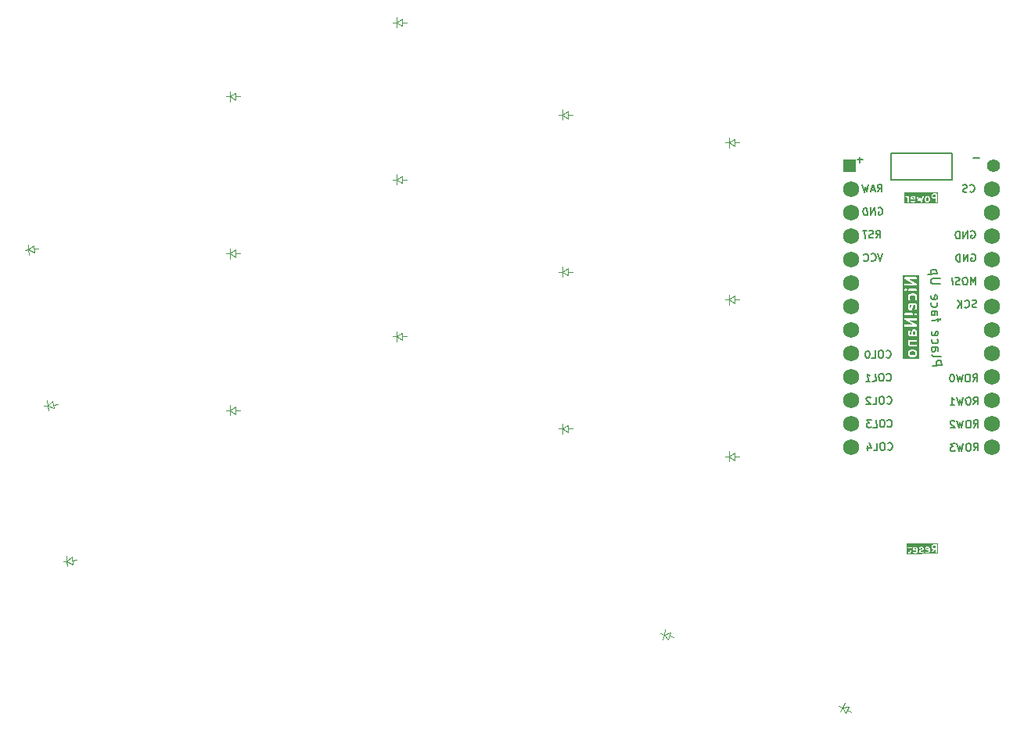
<source format=gbr>
%TF.GenerationSoftware,KiCad,Pcbnew,7.0.11*%
%TF.CreationDate,2024-03-03T17:55:26+13:00*%
%TF.ProjectId,socius-choc-v1,736f6369-7573-42d6-9368-6f632d76312e,v1.0.0*%
%TF.SameCoordinates,Original*%
%TF.FileFunction,Legend,Bot*%
%TF.FilePolarity,Positive*%
%FSLAX46Y46*%
G04 Gerber Fmt 4.6, Leading zero omitted, Abs format (unit mm)*
G04 Created by KiCad (PCBNEW 7.0.11) date 2024-03-03 17:55:26*
%MOMM*%
%LPD*%
G01*
G04 APERTURE LIST*
%ADD10C,0.150000*%
%ADD11C,0.200000*%
%ADD12C,0.100000*%
%ADD13C,1.752600*%
%ADD14R,1.400000X1.400000*%
%ADD15C,1.400000*%
G04 APERTURE END LIST*
D10*
G36*
X253792726Y-130457862D02*
G01*
X253811725Y-130495857D01*
X253811725Y-130539047D01*
X253582135Y-130493129D01*
X253599768Y-130457863D01*
X253637763Y-130438866D01*
X253754733Y-130438866D01*
X253792726Y-130457862D01*
G37*
G36*
X255328011Y-130463600D02*
G01*
X255348894Y-130484483D01*
X255373630Y-130533952D01*
X255373630Y-130727113D01*
X255348894Y-130776583D01*
X255328011Y-130797466D01*
X255278544Y-130822200D01*
X255199668Y-130822200D01*
X255150199Y-130797466D01*
X255129316Y-130776582D01*
X255104582Y-130727114D01*
X255104582Y-130533952D01*
X255129316Y-130484484D01*
X255150199Y-130463600D01*
X255199668Y-130438866D01*
X255278543Y-130438866D01*
X255328011Y-130463600D01*
G37*
G36*
X256135534Y-130441247D02*
G01*
X255923477Y-130441247D01*
X255874009Y-130416513D01*
X255853126Y-130395630D01*
X255828391Y-130346160D01*
X255828391Y-130267286D01*
X255853126Y-130217816D01*
X255874009Y-130196934D01*
X255923477Y-130172200D01*
X256135534Y-130172200D01*
X256135534Y-130441247D01*
G37*
G36*
X256399820Y-131086486D02*
G01*
X252746197Y-131086486D01*
X252746197Y-130350842D01*
X252860483Y-130350842D01*
X252869392Y-130401366D01*
X252908692Y-130434343D01*
X252934344Y-130438866D01*
X252992829Y-130438866D01*
X253042298Y-130463601D01*
X253063181Y-130484484D01*
X253087915Y-130533952D01*
X253087915Y-130897200D01*
X253105462Y-130945409D01*
X253149891Y-130971061D01*
X253200415Y-130962152D01*
X253233392Y-130922852D01*
X253237915Y-130897200D01*
X253237915Y-130554343D01*
X253430772Y-130554343D01*
X253435010Y-130565987D01*
X253434727Y-130578377D01*
X253443512Y-130589347D01*
X253448319Y-130602552D01*
X253459050Y-130608747D01*
X253466797Y-130618421D01*
X253491063Y-130627887D01*
X253811725Y-130692018D01*
X253811725Y-130765208D01*
X253792727Y-130803203D01*
X253754734Y-130822200D01*
X253637763Y-130822200D01*
X253577408Y-130792023D01*
X253526441Y-130786158D01*
X253483628Y-130814425D01*
X253469002Y-130863599D01*
X253489405Y-130910670D01*
X253510326Y-130926187D01*
X253586517Y-130964282D01*
X253590970Y-130964794D01*
X253594406Y-130967677D01*
X253620058Y-130972200D01*
X253772439Y-130972200D01*
X253776652Y-130970666D01*
X253781013Y-130971708D01*
X253805980Y-130964282D01*
X253882170Y-130926187D01*
X253889890Y-130918032D01*
X253900193Y-130913567D01*
X253915711Y-130892646D01*
X253953807Y-130816456D01*
X253954319Y-130812001D01*
X253957202Y-130808566D01*
X253961725Y-130782914D01*
X253961725Y-130478152D01*
X253960191Y-130473937D01*
X253961233Y-130469576D01*
X253953806Y-130444610D01*
X253915711Y-130368420D01*
X253907556Y-130360699D01*
X253906630Y-130358562D01*
X254078579Y-130358562D01*
X254081277Y-130384470D01*
X254233658Y-130917804D01*
X254234572Y-130919065D01*
X254234524Y-130920623D01*
X254249534Y-130939699D01*
X254263774Y-130959338D01*
X254265284Y-130959716D01*
X254266248Y-130960941D01*
X254290003Y-130965904D01*
X254313540Y-130971797D01*
X254314941Y-130971115D01*
X254316467Y-130971434D01*
X254337855Y-130959966D01*
X254359673Y-130949351D01*
X254360308Y-130947928D01*
X254361681Y-130947192D01*
X254375408Y-130925054D01*
X254458153Y-130718191D01*
X254540898Y-130925054D01*
X254541937Y-130926216D01*
X254542048Y-130927771D01*
X254558923Y-130945213D01*
X254575095Y-130963299D01*
X254576636Y-130963521D01*
X254577720Y-130964641D01*
X254601852Y-130967154D01*
X254625873Y-130970615D01*
X254627197Y-130969793D01*
X254628747Y-130969955D01*
X254648857Y-130956362D01*
X254669474Y-130943579D01*
X254669960Y-130942100D01*
X254671252Y-130941227D01*
X254682648Y-130917804D01*
X254732072Y-130744819D01*
X254954582Y-130744819D01*
X254956115Y-130749032D01*
X254955074Y-130753393D01*
X254962500Y-130778360D01*
X255000595Y-130854550D01*
X255001783Y-130855675D01*
X255014643Y-130874041D01*
X255052738Y-130912137D01*
X255054219Y-130912827D01*
X255072231Y-130926187D01*
X255148422Y-130964282D01*
X255152875Y-130964794D01*
X255156311Y-130967677D01*
X255181963Y-130972200D01*
X255296249Y-130972200D01*
X255300462Y-130970666D01*
X255304823Y-130971708D01*
X255329790Y-130964282D01*
X255405980Y-130926187D01*
X255407104Y-130924999D01*
X255425473Y-130912137D01*
X255463568Y-130874041D01*
X255464259Y-130872557D01*
X255477616Y-130854551D01*
X255515711Y-130778361D01*
X255516223Y-130773907D01*
X255519107Y-130770471D01*
X255523630Y-130744819D01*
X255523630Y-130516247D01*
X255522096Y-130512032D01*
X255523138Y-130507671D01*
X255515711Y-130482705D01*
X255477616Y-130406515D01*
X255476424Y-130405387D01*
X255463567Y-130387024D01*
X255440409Y-130363866D01*
X255678391Y-130363866D01*
X255679924Y-130368079D01*
X255678883Y-130372441D01*
X255686309Y-130397407D01*
X255724405Y-130473598D01*
X255725594Y-130474723D01*
X255738454Y-130493090D01*
X255776549Y-130531185D01*
X255778030Y-130531876D01*
X255796041Y-130545234D01*
X255872231Y-130583329D01*
X255876684Y-130583841D01*
X255880120Y-130586724D01*
X255905772Y-130591247D01*
X256135534Y-130591247D01*
X256135534Y-130897200D01*
X256153081Y-130945409D01*
X256197510Y-130971061D01*
X256248034Y-130962152D01*
X256281011Y-130922852D01*
X256285534Y-130897200D01*
X256285534Y-130097200D01*
X256278870Y-130078891D01*
X256275486Y-130059700D01*
X256270301Y-130055349D01*
X256267987Y-130048991D01*
X256251113Y-130039248D01*
X256236186Y-130026723D01*
X256226443Y-130025005D01*
X256223558Y-130023339D01*
X256220275Y-130023917D01*
X256210534Y-130022200D01*
X255905772Y-130022200D01*
X255901558Y-130023733D01*
X255897198Y-130022692D01*
X255872231Y-130030118D01*
X255796041Y-130068213D01*
X255794915Y-130069402D01*
X255776549Y-130082262D01*
X255738454Y-130120357D01*
X255737761Y-130121841D01*
X255724405Y-130139849D01*
X255686309Y-130216040D01*
X255685796Y-130220493D01*
X255682914Y-130223929D01*
X255678391Y-130249581D01*
X255678391Y-130363866D01*
X255440409Y-130363866D01*
X255425472Y-130348929D01*
X255423987Y-130348236D01*
X255405980Y-130334880D01*
X255329791Y-130296784D01*
X255325336Y-130296271D01*
X255321901Y-130293389D01*
X255296249Y-130288866D01*
X255181963Y-130288866D01*
X255177749Y-130290399D01*
X255173388Y-130289358D01*
X255148421Y-130296784D01*
X255072231Y-130334880D01*
X255071105Y-130336069D01*
X255052739Y-130348929D01*
X255014644Y-130387024D01*
X255013953Y-130388505D01*
X255000595Y-130406516D01*
X254962500Y-130482706D01*
X254961987Y-130487159D01*
X254959105Y-130490595D01*
X254954582Y-130516247D01*
X254954582Y-130744819D01*
X254732072Y-130744819D01*
X254835029Y-130384470D01*
X254831402Y-130333295D01*
X254795729Y-130296425D01*
X254744702Y-130291111D01*
X254702197Y-130319839D01*
X254690801Y-130343262D01*
X254598690Y-130665647D01*
X254527789Y-130488393D01*
X254512175Y-130470932D01*
X254497677Y-130452506D01*
X254495245Y-130451997D01*
X254493592Y-130450149D01*
X254470407Y-130446808D01*
X254447458Y-130442013D01*
X254445270Y-130443185D01*
X254442814Y-130442832D01*
X254422902Y-130455178D01*
X254402244Y-130466255D01*
X254400497Y-130469071D01*
X254399213Y-130469868D01*
X254398320Y-130472582D01*
X254388517Y-130488393D01*
X254317615Y-130665647D01*
X254225505Y-130343262D01*
X254195389Y-130301728D01*
X254145623Y-130289269D01*
X254099490Y-130311715D01*
X254078579Y-130358562D01*
X253906630Y-130358562D01*
X253903091Y-130350398D01*
X253882170Y-130334880D01*
X253805981Y-130296784D01*
X253801526Y-130296271D01*
X253798091Y-130293389D01*
X253772439Y-130288866D01*
X253620058Y-130288866D01*
X253615844Y-130290399D01*
X253611483Y-130289358D01*
X253586516Y-130296784D01*
X253510326Y-130334880D01*
X253502606Y-130343033D01*
X253492302Y-130347500D01*
X253476785Y-130368421D01*
X253438690Y-130444611D01*
X253438177Y-130449064D01*
X253435295Y-130452500D01*
X253430772Y-130478152D01*
X253430772Y-130554343D01*
X253237915Y-130554343D01*
X253237915Y-130363866D01*
X253220368Y-130315657D01*
X253175939Y-130290005D01*
X253125415Y-130298914D01*
X253102633Y-130326063D01*
X253044075Y-130296784D01*
X253039621Y-130296271D01*
X253036186Y-130293389D01*
X253010534Y-130288866D01*
X252934344Y-130288866D01*
X252886135Y-130306413D01*
X252860483Y-130350842D01*
X252746197Y-130350842D01*
X252746197Y-129907914D01*
X256399820Y-129907914D01*
X256399820Y-131086486D01*
G37*
G36*
X253792726Y-130457862D02*
G01*
X253811725Y-130495857D01*
X253811725Y-130539047D01*
X253582135Y-130493129D01*
X253599768Y-130457863D01*
X253637763Y-130438866D01*
X253754733Y-130438866D01*
X253792726Y-130457862D01*
G37*
G36*
X255328011Y-130463600D02*
G01*
X255348894Y-130484483D01*
X255373630Y-130533952D01*
X255373630Y-130727113D01*
X255348894Y-130776583D01*
X255328011Y-130797466D01*
X255278544Y-130822200D01*
X255199668Y-130822200D01*
X255150199Y-130797466D01*
X255129316Y-130776582D01*
X255104582Y-130727114D01*
X255104582Y-130533952D01*
X255129316Y-130484484D01*
X255150199Y-130463600D01*
X255199668Y-130438866D01*
X255278543Y-130438866D01*
X255328011Y-130463600D01*
G37*
G36*
X256135534Y-130441247D02*
G01*
X255923477Y-130441247D01*
X255874009Y-130416513D01*
X255853126Y-130395630D01*
X255828391Y-130346160D01*
X255828391Y-130267286D01*
X255853126Y-130217816D01*
X255874009Y-130196934D01*
X255923477Y-130172200D01*
X256135534Y-130172200D01*
X256135534Y-130441247D01*
G37*
G36*
X256399820Y-131086486D02*
G01*
X252746197Y-131086486D01*
X252746197Y-130350842D01*
X252860483Y-130350842D01*
X252869392Y-130401366D01*
X252908692Y-130434343D01*
X252934344Y-130438866D01*
X252992829Y-130438866D01*
X253042298Y-130463601D01*
X253063181Y-130484484D01*
X253087915Y-130533952D01*
X253087915Y-130897200D01*
X253105462Y-130945409D01*
X253149891Y-130971061D01*
X253200415Y-130962152D01*
X253233392Y-130922852D01*
X253237915Y-130897200D01*
X253237915Y-130554343D01*
X253430772Y-130554343D01*
X253435010Y-130565987D01*
X253434727Y-130578377D01*
X253443512Y-130589347D01*
X253448319Y-130602552D01*
X253459050Y-130608747D01*
X253466797Y-130618421D01*
X253491063Y-130627887D01*
X253811725Y-130692018D01*
X253811725Y-130765208D01*
X253792727Y-130803203D01*
X253754734Y-130822200D01*
X253637763Y-130822200D01*
X253577408Y-130792023D01*
X253526441Y-130786158D01*
X253483628Y-130814425D01*
X253469002Y-130863599D01*
X253489405Y-130910670D01*
X253510326Y-130926187D01*
X253586517Y-130964282D01*
X253590970Y-130964794D01*
X253594406Y-130967677D01*
X253620058Y-130972200D01*
X253772439Y-130972200D01*
X253776652Y-130970666D01*
X253781013Y-130971708D01*
X253805980Y-130964282D01*
X253882170Y-130926187D01*
X253889890Y-130918032D01*
X253900193Y-130913567D01*
X253915711Y-130892646D01*
X253953807Y-130816456D01*
X253954319Y-130812001D01*
X253957202Y-130808566D01*
X253961725Y-130782914D01*
X253961725Y-130478152D01*
X253960191Y-130473937D01*
X253961233Y-130469576D01*
X253953806Y-130444610D01*
X253915711Y-130368420D01*
X253907556Y-130360699D01*
X253906630Y-130358562D01*
X254078579Y-130358562D01*
X254081277Y-130384470D01*
X254233658Y-130917804D01*
X254234572Y-130919065D01*
X254234524Y-130920623D01*
X254249534Y-130939699D01*
X254263774Y-130959338D01*
X254265284Y-130959716D01*
X254266248Y-130960941D01*
X254290003Y-130965904D01*
X254313540Y-130971797D01*
X254314941Y-130971115D01*
X254316467Y-130971434D01*
X254337855Y-130959966D01*
X254359673Y-130949351D01*
X254360308Y-130947928D01*
X254361681Y-130947192D01*
X254375408Y-130925054D01*
X254458153Y-130718191D01*
X254540898Y-130925054D01*
X254541937Y-130926216D01*
X254542048Y-130927771D01*
X254558923Y-130945213D01*
X254575095Y-130963299D01*
X254576636Y-130963521D01*
X254577720Y-130964641D01*
X254601852Y-130967154D01*
X254625873Y-130970615D01*
X254627197Y-130969793D01*
X254628747Y-130969955D01*
X254648857Y-130956362D01*
X254669474Y-130943579D01*
X254669960Y-130942100D01*
X254671252Y-130941227D01*
X254682648Y-130917804D01*
X254732072Y-130744819D01*
X254954582Y-130744819D01*
X254956115Y-130749032D01*
X254955074Y-130753393D01*
X254962500Y-130778360D01*
X255000595Y-130854550D01*
X255001783Y-130855675D01*
X255014643Y-130874041D01*
X255052738Y-130912137D01*
X255054219Y-130912827D01*
X255072231Y-130926187D01*
X255148422Y-130964282D01*
X255152875Y-130964794D01*
X255156311Y-130967677D01*
X255181963Y-130972200D01*
X255296249Y-130972200D01*
X255300462Y-130970666D01*
X255304823Y-130971708D01*
X255329790Y-130964282D01*
X255405980Y-130926187D01*
X255407104Y-130924999D01*
X255425473Y-130912137D01*
X255463568Y-130874041D01*
X255464259Y-130872557D01*
X255477616Y-130854551D01*
X255515711Y-130778361D01*
X255516223Y-130773907D01*
X255519107Y-130770471D01*
X255523630Y-130744819D01*
X255523630Y-130516247D01*
X255522096Y-130512032D01*
X255523138Y-130507671D01*
X255515711Y-130482705D01*
X255477616Y-130406515D01*
X255476424Y-130405387D01*
X255463567Y-130387024D01*
X255440409Y-130363866D01*
X255678391Y-130363866D01*
X255679924Y-130368079D01*
X255678883Y-130372441D01*
X255686309Y-130397407D01*
X255724405Y-130473598D01*
X255725594Y-130474723D01*
X255738454Y-130493090D01*
X255776549Y-130531185D01*
X255778030Y-130531876D01*
X255796041Y-130545234D01*
X255872231Y-130583329D01*
X255876684Y-130583841D01*
X255880120Y-130586724D01*
X255905772Y-130591247D01*
X256135534Y-130591247D01*
X256135534Y-130897200D01*
X256153081Y-130945409D01*
X256197510Y-130971061D01*
X256248034Y-130962152D01*
X256281011Y-130922852D01*
X256285534Y-130897200D01*
X256285534Y-130097200D01*
X256278870Y-130078891D01*
X256275486Y-130059700D01*
X256270301Y-130055349D01*
X256267987Y-130048991D01*
X256251113Y-130039248D01*
X256236186Y-130026723D01*
X256226443Y-130025005D01*
X256223558Y-130023339D01*
X256220275Y-130023917D01*
X256210534Y-130022200D01*
X255905772Y-130022200D01*
X255901558Y-130023733D01*
X255897198Y-130022692D01*
X255872231Y-130030118D01*
X255796041Y-130068213D01*
X255794915Y-130069402D01*
X255776549Y-130082262D01*
X255738454Y-130120357D01*
X255737761Y-130121841D01*
X255724405Y-130139849D01*
X255686309Y-130216040D01*
X255685796Y-130220493D01*
X255682914Y-130223929D01*
X255678391Y-130249581D01*
X255678391Y-130363866D01*
X255440409Y-130363866D01*
X255425472Y-130348929D01*
X255423987Y-130348236D01*
X255405980Y-130334880D01*
X255329791Y-130296784D01*
X255325336Y-130296271D01*
X255321901Y-130293389D01*
X255296249Y-130288866D01*
X255181963Y-130288866D01*
X255177749Y-130290399D01*
X255173388Y-130289358D01*
X255148421Y-130296784D01*
X255072231Y-130334880D01*
X255071105Y-130336069D01*
X255052739Y-130348929D01*
X255014644Y-130387024D01*
X255013953Y-130388505D01*
X255000595Y-130406516D01*
X254962500Y-130482706D01*
X254961987Y-130487159D01*
X254959105Y-130490595D01*
X254954582Y-130516247D01*
X254954582Y-130744819D01*
X254732072Y-130744819D01*
X254835029Y-130384470D01*
X254831402Y-130333295D01*
X254795729Y-130296425D01*
X254744702Y-130291111D01*
X254702197Y-130319839D01*
X254690801Y-130343262D01*
X254598690Y-130665647D01*
X254527789Y-130488393D01*
X254512175Y-130470932D01*
X254497677Y-130452506D01*
X254495245Y-130451997D01*
X254493592Y-130450149D01*
X254470407Y-130446808D01*
X254447458Y-130442013D01*
X254445270Y-130443185D01*
X254442814Y-130442832D01*
X254422902Y-130455178D01*
X254402244Y-130466255D01*
X254400497Y-130469071D01*
X254399213Y-130469868D01*
X254398320Y-130472582D01*
X254388517Y-130488393D01*
X254317615Y-130665647D01*
X254225505Y-130343262D01*
X254195389Y-130301728D01*
X254145623Y-130289269D01*
X254099490Y-130311715D01*
X254078579Y-130358562D01*
X253906630Y-130358562D01*
X253903091Y-130350398D01*
X253882170Y-130334880D01*
X253805981Y-130296784D01*
X253801526Y-130296271D01*
X253798091Y-130293389D01*
X253772439Y-130288866D01*
X253620058Y-130288866D01*
X253615844Y-130290399D01*
X253611483Y-130289358D01*
X253586516Y-130296784D01*
X253510326Y-130334880D01*
X253502606Y-130343033D01*
X253492302Y-130347500D01*
X253476785Y-130368421D01*
X253438690Y-130444611D01*
X253438177Y-130449064D01*
X253435295Y-130452500D01*
X253430772Y-130478152D01*
X253430772Y-130554343D01*
X253237915Y-130554343D01*
X253237915Y-130363866D01*
X253220368Y-130315657D01*
X253175939Y-130290005D01*
X253125415Y-130298914D01*
X253102633Y-130326063D01*
X253044075Y-130296784D01*
X253039621Y-130296271D01*
X253036186Y-130293389D01*
X253010534Y-130288866D01*
X252934344Y-130288866D01*
X252886135Y-130306413D01*
X252860483Y-130350842D01*
X252746197Y-130350842D01*
X252746197Y-129907914D01*
X256399820Y-129907914D01*
X256399820Y-131086486D01*
G37*
G36*
X254020637Y-168466223D02*
G01*
X254040293Y-168503879D01*
X254041047Y-168547064D01*
X253810693Y-168505160D01*
X253827708Y-168469591D01*
X253865364Y-168449934D01*
X253982319Y-168447893D01*
X254020637Y-168466223D01*
G37*
G36*
X255353767Y-168442953D02*
G01*
X255373423Y-168480609D01*
X255374177Y-168523794D01*
X255143823Y-168481890D01*
X255160838Y-168446321D01*
X255198494Y-168426665D01*
X255315449Y-168424623D01*
X255353767Y-168442953D01*
G37*
G36*
X256134259Y-168412711D02*
G01*
X255922235Y-168416412D01*
X255872341Y-168392545D01*
X255851097Y-168372029D01*
X255825505Y-168323002D01*
X255824128Y-168244135D01*
X255847994Y-168194245D01*
X255868511Y-168173000D01*
X255917539Y-168147407D01*
X256129563Y-168143705D01*
X256134259Y-168412711D01*
G37*
G36*
X256409767Y-169053241D02*
G01*
X253023326Y-169112352D01*
X253010453Y-168374824D01*
X253124756Y-168374824D01*
X253134545Y-168425185D01*
X253174415Y-168457471D01*
X253200142Y-168461546D01*
X253315600Y-168459530D01*
X253321296Y-168785824D01*
X253302965Y-168824143D01*
X253265309Y-168843800D01*
X253206832Y-168844821D01*
X253158936Y-168863207D01*
X253134064Y-168908077D01*
X253143854Y-168958438D01*
X253183723Y-168990724D01*
X253209450Y-168994799D01*
X253285630Y-168993469D01*
X253289816Y-168991861D01*
X253294193Y-168992827D01*
X253319027Y-168984966D01*
X253394540Y-168945548D01*
X253402116Y-168937260D01*
X253412341Y-168932615D01*
X253427491Y-168911426D01*
X253464251Y-168834582D01*
X253464685Y-168830120D01*
X253467508Y-168826635D01*
X253471583Y-168800908D01*
X253466205Y-168492827D01*
X253659091Y-168492827D01*
X253660421Y-168569007D01*
X253664861Y-168580575D01*
X253664795Y-168592967D01*
X253673770Y-168603781D01*
X253678807Y-168616902D01*
X253689645Y-168622909D01*
X253697559Y-168632445D01*
X253721987Y-168641486D01*
X254043717Y-168700011D01*
X254044994Y-168773191D01*
X254026663Y-168811511D01*
X253989008Y-168831167D01*
X253872054Y-168833209D01*
X253811183Y-168804090D01*
X253760122Y-168799115D01*
X253717809Y-168828124D01*
X253704042Y-168877546D01*
X253725264Y-168924254D01*
X253746453Y-168939404D01*
X253823297Y-168976164D01*
X253827758Y-168976598D01*
X253831244Y-168979421D01*
X253856971Y-168983496D01*
X254009328Y-168980837D01*
X254013515Y-168979229D01*
X254017893Y-168980195D01*
X254042726Y-168972334D01*
X254118240Y-168932914D01*
X254125816Y-168924627D01*
X254136040Y-168919982D01*
X254151190Y-168898794D01*
X254187950Y-168821951D01*
X254188384Y-168817488D01*
X254191207Y-168814003D01*
X254195282Y-168788276D01*
X254194570Y-168747485D01*
X254349355Y-168747485D01*
X254350020Y-168785575D01*
X254351627Y-168789761D01*
X254350662Y-168794139D01*
X254358523Y-168818973D01*
X254397941Y-168894486D01*
X254406228Y-168902062D01*
X254410874Y-168912287D01*
X254432062Y-168927437D01*
X254508905Y-168964197D01*
X254513367Y-168964631D01*
X254516853Y-168967454D01*
X254542580Y-168971529D01*
X254694938Y-168968869D01*
X254699124Y-168967261D01*
X254703502Y-168968227D01*
X254728336Y-168960366D01*
X254803849Y-168920948D01*
X254838466Y-168883084D01*
X254840646Y-168831827D01*
X254809368Y-168791161D01*
X254759269Y-168780114D01*
X254734436Y-168787975D01*
X254674618Y-168819200D01*
X254557664Y-168821241D01*
X254519345Y-168802911D01*
X254499688Y-168765255D01*
X254499642Y-168762568D01*
X254517972Y-168724250D01*
X254555627Y-168704593D01*
X254652195Y-168702908D01*
X254656381Y-168701300D01*
X254660759Y-168702266D01*
X254685593Y-168694405D01*
X254761106Y-168654987D01*
X254768683Y-168646698D01*
X254778908Y-168642053D01*
X254794057Y-168620865D01*
X254830816Y-168544021D01*
X254831250Y-168539559D01*
X254834072Y-168536076D01*
X254838148Y-168510349D01*
X254837484Y-168472260D01*
X254836446Y-168469557D01*
X254992221Y-168469557D01*
X254993551Y-168545737D01*
X254997991Y-168557305D01*
X254997925Y-168569697D01*
X255006900Y-168580511D01*
X255011937Y-168593632D01*
X255022775Y-168599639D01*
X255030689Y-168609175D01*
X255055117Y-168618216D01*
X255376847Y-168676741D01*
X255378125Y-168749922D01*
X255359794Y-168788241D01*
X255322139Y-168807897D01*
X255205184Y-168809939D01*
X255144313Y-168780820D01*
X255093252Y-168775845D01*
X255050939Y-168804854D01*
X255037172Y-168854276D01*
X255058394Y-168900984D01*
X255079583Y-168916134D01*
X255156427Y-168952894D01*
X255160888Y-168953328D01*
X255164374Y-168956151D01*
X255190101Y-168960226D01*
X255342458Y-168957567D01*
X255346644Y-168955959D01*
X255351022Y-168956925D01*
X255375856Y-168949064D01*
X255451369Y-168909646D01*
X255458945Y-168901358D01*
X255469170Y-168896713D01*
X255484320Y-168875524D01*
X255521080Y-168798680D01*
X255521514Y-168794218D01*
X255524337Y-168790733D01*
X255528412Y-168765006D01*
X255523093Y-168460290D01*
X255521485Y-168456102D01*
X255522451Y-168451725D01*
X255514590Y-168426892D01*
X255475171Y-168351378D01*
X255466883Y-168343801D01*
X255462238Y-168333577D01*
X255441049Y-168318427D01*
X255364206Y-168281669D01*
X255359744Y-168281234D01*
X255356259Y-168278412D01*
X255330532Y-168274337D01*
X255178175Y-168276996D01*
X255173987Y-168278603D01*
X255169610Y-168277638D01*
X255144777Y-168285499D01*
X255069263Y-168324918D01*
X255061687Y-168333204D01*
X255051463Y-168337850D01*
X255036313Y-168359039D01*
X254999553Y-168435883D01*
X254999118Y-168440344D01*
X254996296Y-168443830D01*
X254992221Y-168469557D01*
X254836446Y-168469557D01*
X254835876Y-168468072D01*
X254836842Y-168463693D01*
X254828981Y-168438860D01*
X254789561Y-168363346D01*
X254781274Y-168355769D01*
X254776629Y-168345546D01*
X254755441Y-168330396D01*
X254678598Y-168293636D01*
X254674133Y-168293201D01*
X254670649Y-168290379D01*
X254644922Y-168286304D01*
X254530654Y-168288299D01*
X254526466Y-168289906D01*
X254522089Y-168288941D01*
X254497256Y-168296802D01*
X254421742Y-168336221D01*
X254387126Y-168374085D01*
X254384945Y-168425341D01*
X254416223Y-168466007D01*
X254466322Y-168477054D01*
X254491156Y-168469193D01*
X254550973Y-168437967D01*
X254629838Y-168436591D01*
X254668158Y-168454922D01*
X254687814Y-168492576D01*
X254687861Y-168495262D01*
X254669530Y-168533582D01*
X254631875Y-168553239D01*
X254535308Y-168554925D01*
X254531120Y-168556532D01*
X254526743Y-168555567D01*
X254501910Y-168563428D01*
X254426396Y-168602847D01*
X254418820Y-168611133D01*
X254408596Y-168615779D01*
X254393446Y-168636968D01*
X254356687Y-168713811D01*
X254356252Y-168718272D01*
X254353430Y-168721758D01*
X254349355Y-168747485D01*
X254194570Y-168747485D01*
X254189963Y-168483560D01*
X254188355Y-168479372D01*
X254189321Y-168474995D01*
X254181460Y-168450162D01*
X254142041Y-168374648D01*
X254133754Y-168367072D01*
X254129109Y-168356848D01*
X254107920Y-168341698D01*
X254031076Y-168304938D01*
X254026614Y-168304503D01*
X254023129Y-168301681D01*
X253997402Y-168297606D01*
X253845045Y-168300266D01*
X253840857Y-168301873D01*
X253836480Y-168300908D01*
X253811647Y-168308769D01*
X253736133Y-168348188D01*
X253728557Y-168356474D01*
X253718333Y-168361120D01*
X253703183Y-168382309D01*
X253666423Y-168459153D01*
X253665988Y-168463614D01*
X253663166Y-168467100D01*
X253659091Y-168492827D01*
X253466205Y-168492827D01*
X253465578Y-168456913D01*
X253504857Y-168456228D01*
X253552753Y-168437842D01*
X253577626Y-168392972D01*
X253567836Y-168342611D01*
X253527967Y-168310325D01*
X253502240Y-168306250D01*
X253462960Y-168306935D01*
X253461601Y-168229053D01*
X255673842Y-168229053D01*
X255675836Y-168343320D01*
X255677443Y-168347507D01*
X255676478Y-168351885D01*
X255684339Y-168376719D01*
X255723757Y-168452232D01*
X255724963Y-168453335D01*
X255738145Y-168471477D01*
X255776900Y-168508902D01*
X255778395Y-168509568D01*
X255796633Y-168522608D01*
X255873476Y-168559368D01*
X255877938Y-168559802D01*
X255880820Y-168562135D01*
X255697949Y-168833333D01*
X255685545Y-168883114D01*
X255708041Y-168929222D01*
X255754912Y-168950082D01*
X255804225Y-168935935D01*
X255822317Y-168917195D01*
X256060463Y-168564023D01*
X256136877Y-168562689D01*
X256142217Y-168868595D01*
X256160603Y-168916491D01*
X256205473Y-168941363D01*
X256255834Y-168931574D01*
X256288120Y-168891704D01*
X256292195Y-168865977D01*
X256278233Y-168066099D01*
X256271249Y-168047905D01*
X256267531Y-168028780D01*
X256262272Y-168024521D01*
X256259847Y-168018204D01*
X256242805Y-168008757D01*
X256227662Y-167996494D01*
X256217891Y-167994946D01*
X256214977Y-167993331D01*
X256211706Y-167993966D01*
X256201935Y-167992419D01*
X255897220Y-167997738D01*
X255893032Y-167999345D01*
X255888655Y-167998380D01*
X255863822Y-168006241D01*
X255788308Y-168045660D01*
X255787203Y-168046867D01*
X255769065Y-168060046D01*
X255731640Y-168098800D01*
X255730974Y-168100294D01*
X255717932Y-168118536D01*
X255681174Y-168195379D01*
X255680739Y-168199840D01*
X255677917Y-168203326D01*
X255673842Y-168229053D01*
X253461601Y-168229053D01*
X253459616Y-168115298D01*
X253441230Y-168067403D01*
X253396360Y-168042530D01*
X253345999Y-168052319D01*
X253313713Y-168092189D01*
X253309638Y-168117916D01*
X253312982Y-168309552D01*
X253197524Y-168311568D01*
X253149629Y-168329954D01*
X253124756Y-168374824D01*
X253010453Y-168374824D01*
X253002758Y-167933957D01*
X256389198Y-167874847D01*
X256409767Y-169053241D01*
G37*
X250415367Y-136522078D02*
X250162703Y-137326610D01*
X250162703Y-137326610D02*
X249882115Y-136531386D01*
X249171049Y-137267717D02*
X249209803Y-137305142D01*
X249209803Y-137305142D02*
X249324736Y-137341237D01*
X249324736Y-137341237D02*
X249400915Y-137339907D01*
X249400915Y-137339907D02*
X249514518Y-137299823D01*
X249514518Y-137299823D02*
X249589368Y-137222314D01*
X249589368Y-137222314D02*
X249626127Y-137145471D01*
X249626127Y-137145471D02*
X249661557Y-136992448D01*
X249661557Y-136992448D02*
X249659563Y-136878180D01*
X249659563Y-136878180D02*
X249618814Y-136726487D01*
X249618814Y-136726487D02*
X249579395Y-136650973D01*
X249579395Y-136650973D02*
X249501886Y-136576124D01*
X249501886Y-136576124D02*
X249386953Y-136540029D01*
X249386953Y-136540029D02*
X249310774Y-136541358D01*
X249310774Y-136541358D02*
X249197171Y-136581442D01*
X249197171Y-136581442D02*
X249159746Y-136620197D01*
X248371170Y-137281679D02*
X248409925Y-137319104D01*
X248409925Y-137319104D02*
X248524858Y-137355198D01*
X248524858Y-137355198D02*
X248601037Y-137353869D01*
X248601037Y-137353869D02*
X248714640Y-137313785D01*
X248714640Y-137313785D02*
X248789489Y-137236276D01*
X248789489Y-137236276D02*
X248826249Y-137159432D01*
X248826249Y-137159432D02*
X248861679Y-137006410D01*
X248861679Y-137006410D02*
X248859685Y-136892142D01*
X248859685Y-136892142D02*
X248818936Y-136740449D01*
X248818936Y-136740449D02*
X248779517Y-136664935D01*
X248779517Y-136664935D02*
X248702008Y-136590085D01*
X248702008Y-136590085D02*
X248587075Y-136553991D01*
X248587075Y-136553991D02*
X248510896Y-136555320D01*
X248510896Y-136555320D02*
X248397293Y-136595404D01*
X248397293Y-136595404D02*
X248359868Y-136634159D01*
X250884422Y-152742453D02*
X250923176Y-152779877D01*
X250923176Y-152779877D02*
X251038110Y-152815972D01*
X251038110Y-152815972D02*
X251114288Y-152814642D01*
X251114288Y-152814642D02*
X251227892Y-152774558D01*
X251227892Y-152774558D02*
X251302741Y-152697050D01*
X251302741Y-152697050D02*
X251339501Y-152620206D01*
X251339501Y-152620206D02*
X251374931Y-152467183D01*
X251374931Y-152467183D02*
X251372936Y-152352915D01*
X251372936Y-152352915D02*
X251332187Y-152201222D01*
X251332187Y-152201222D02*
X251292768Y-152125708D01*
X251292768Y-152125708D02*
X251215260Y-152050859D01*
X251215260Y-152050859D02*
X251100327Y-152014764D01*
X251100327Y-152014764D02*
X251024148Y-152016094D01*
X251024148Y-152016094D02*
X250910544Y-152056178D01*
X250910544Y-152056178D02*
X250873120Y-152094932D01*
X250376627Y-152027396D02*
X250224269Y-152030056D01*
X250224269Y-152030056D02*
X250148755Y-152069475D01*
X250148755Y-152069475D02*
X250073906Y-152146984D01*
X250073906Y-152146984D02*
X250038476Y-152300006D01*
X250038476Y-152300006D02*
X250043130Y-152566632D01*
X250043130Y-152566632D02*
X250083879Y-152718325D01*
X250083879Y-152718325D02*
X250161388Y-152793174D01*
X250161388Y-152793174D02*
X250238231Y-152829934D01*
X250238231Y-152829934D02*
X250390589Y-152827275D01*
X250390589Y-152827275D02*
X250466103Y-152787855D01*
X250466103Y-152787855D02*
X250540952Y-152710347D01*
X250540952Y-152710347D02*
X250576382Y-152557324D01*
X250576382Y-152557324D02*
X250571728Y-152290698D01*
X250571728Y-152290698D02*
X250530980Y-152139005D01*
X250530980Y-152139005D02*
X250453471Y-152064156D01*
X250453471Y-152064156D02*
X250376627Y-152027396D01*
X249324085Y-152845891D02*
X249704980Y-152839242D01*
X249704980Y-152839242D02*
X249691018Y-152039364D01*
X249082916Y-152126180D02*
X249044162Y-152088756D01*
X249044162Y-152088756D02*
X248967318Y-152051996D01*
X248967318Y-152051996D02*
X248776871Y-152055320D01*
X248776871Y-152055320D02*
X248701357Y-152094739D01*
X248701357Y-152094739D02*
X248663933Y-152133494D01*
X248663933Y-152133494D02*
X248627173Y-152210337D01*
X248627173Y-152210337D02*
X248628503Y-152286516D01*
X248628503Y-152286516D02*
X248668587Y-152400120D01*
X248668587Y-152400120D02*
X249133638Y-152849215D01*
X249133638Y-152849215D02*
X248638475Y-152857858D01*
X260474767Y-139867286D02*
X260460805Y-139067408D01*
X260460805Y-139067408D02*
X260204152Y-139643403D01*
X260204152Y-139643403D02*
X259927553Y-139076716D01*
X259927553Y-139076716D02*
X259941515Y-139876594D01*
X259394301Y-139086024D02*
X259241943Y-139088683D01*
X259241943Y-139088683D02*
X259166429Y-139128102D01*
X259166429Y-139128102D02*
X259091580Y-139205611D01*
X259091580Y-139205611D02*
X259056150Y-139358634D01*
X259056150Y-139358634D02*
X259060804Y-139625260D01*
X259060804Y-139625260D02*
X259101553Y-139776953D01*
X259101553Y-139776953D02*
X259179061Y-139851802D01*
X259179061Y-139851802D02*
X259255905Y-139888561D01*
X259255905Y-139888561D02*
X259408263Y-139885902D01*
X259408263Y-139885902D02*
X259483777Y-139846483D01*
X259483777Y-139846483D02*
X259558626Y-139768974D01*
X259558626Y-139768974D02*
X259594056Y-139615952D01*
X259594056Y-139615952D02*
X259589402Y-139349326D01*
X259589402Y-139349326D02*
X259548653Y-139197633D01*
X259548653Y-139197633D02*
X259471145Y-139122784D01*
X259471145Y-139122784D02*
X259394301Y-139086024D01*
X258760078Y-139859115D02*
X258646474Y-139899199D01*
X258646474Y-139899199D02*
X258456027Y-139902523D01*
X258456027Y-139902523D02*
X258379183Y-139865764D01*
X258379183Y-139865764D02*
X258340429Y-139828339D01*
X258340429Y-139828339D02*
X258301010Y-139752825D01*
X258301010Y-139752825D02*
X258299680Y-139676646D01*
X258299680Y-139676646D02*
X258336440Y-139599802D01*
X258336440Y-139599802D02*
X258373865Y-139561048D01*
X258373865Y-139561048D02*
X258449379Y-139521629D01*
X258449379Y-139521629D02*
X258601071Y-139480880D01*
X258601071Y-139480880D02*
X258676585Y-139441461D01*
X258676585Y-139441461D02*
X258714010Y-139402707D01*
X258714010Y-139402707D02*
X258750770Y-139325863D01*
X258750770Y-139325863D02*
X258749440Y-139249684D01*
X258749440Y-139249684D02*
X258710021Y-139174170D01*
X258710021Y-139174170D02*
X258671267Y-139136745D01*
X258671267Y-139136745D02*
X258594423Y-139099986D01*
X258594423Y-139099986D02*
X258403976Y-139103310D01*
X258403976Y-139103310D02*
X258290372Y-139143394D01*
X257960864Y-139911166D02*
X257946902Y-139111288D01*
X259953827Y-134112811D02*
X260029341Y-134073392D01*
X260029341Y-134073392D02*
X260143610Y-134071397D01*
X260143610Y-134071397D02*
X260258543Y-134107492D01*
X260258543Y-134107492D02*
X260336051Y-134182341D01*
X260336051Y-134182341D02*
X260375471Y-134257855D01*
X260375471Y-134257855D02*
X260416219Y-134409548D01*
X260416219Y-134409548D02*
X260418214Y-134523816D01*
X260418214Y-134523816D02*
X260382784Y-134676839D01*
X260382784Y-134676839D02*
X260346024Y-134753683D01*
X260346024Y-134753683D02*
X260271175Y-134831191D01*
X260271175Y-134831191D02*
X260157572Y-134871275D01*
X260157572Y-134871275D02*
X260081393Y-134872605D01*
X260081393Y-134872605D02*
X259966460Y-134836510D01*
X259966460Y-134836510D02*
X259927705Y-134799085D01*
X259927705Y-134799085D02*
X259923051Y-134532459D01*
X259923051Y-134532459D02*
X260075409Y-134529800D01*
X259586230Y-134881248D02*
X259572268Y-134081370D01*
X259572268Y-134081370D02*
X259129157Y-134889226D01*
X259129157Y-134889226D02*
X259115195Y-134089348D01*
X258748263Y-134895875D02*
X258734301Y-134095997D01*
X258734301Y-134095997D02*
X258543854Y-134099321D01*
X258543854Y-134099321D02*
X258430250Y-134139405D01*
X258430250Y-134139405D02*
X258355401Y-134216913D01*
X258355401Y-134216913D02*
X258318641Y-134293757D01*
X258318641Y-134293757D02*
X258283211Y-134446780D01*
X258283211Y-134446780D02*
X258285206Y-134561048D01*
X258285206Y-134561048D02*
X258325955Y-134712741D01*
X258325955Y-134712741D02*
X258365374Y-134788255D01*
X258365374Y-134788255D02*
X258442882Y-134863104D01*
X258442882Y-134863104D02*
X258557816Y-134899199D01*
X258557816Y-134899199D02*
X258748263Y-134895875D01*
X260195009Y-150375264D02*
X260454987Y-149989716D01*
X260652082Y-150367286D02*
X260638120Y-149567408D01*
X260638120Y-149567408D02*
X260333405Y-149572727D01*
X260333405Y-149572727D02*
X260257891Y-149612146D01*
X260257891Y-149612146D02*
X260220466Y-149650900D01*
X260220466Y-149650900D02*
X260183707Y-149727744D01*
X260183707Y-149727744D02*
X260185701Y-149842012D01*
X260185701Y-149842012D02*
X260225120Y-149917526D01*
X260225120Y-149917526D02*
X260263875Y-149954951D01*
X260263875Y-149954951D02*
X260340718Y-149991711D01*
X260340718Y-149991711D02*
X260645434Y-149986392D01*
X259685884Y-149584029D02*
X259533527Y-149586689D01*
X259533527Y-149586689D02*
X259458013Y-149626108D01*
X259458013Y-149626108D02*
X259383164Y-149703616D01*
X259383164Y-149703616D02*
X259347733Y-149856639D01*
X259347733Y-149856639D02*
X259352387Y-150123265D01*
X259352387Y-150123265D02*
X259393136Y-150274958D01*
X259393136Y-150274958D02*
X259470645Y-150349807D01*
X259470645Y-150349807D02*
X259547489Y-150386567D01*
X259547489Y-150386567D02*
X259699846Y-150383907D01*
X259699846Y-150383907D02*
X259775360Y-150344488D01*
X259775360Y-150344488D02*
X259850210Y-150266980D01*
X259850210Y-150266980D02*
X259885640Y-150113957D01*
X259885640Y-150113957D02*
X259880986Y-149847331D01*
X259880986Y-149847331D02*
X259840237Y-149695638D01*
X259840237Y-149695638D02*
X259762728Y-149620789D01*
X259762728Y-149620789D02*
X259685884Y-149584029D01*
X259076454Y-149594667D02*
X258899968Y-150397869D01*
X258899968Y-150397869D02*
X258737638Y-149829187D01*
X258737638Y-149829187D02*
X258595253Y-150403188D01*
X258595253Y-150403188D02*
X258390844Y-149606634D01*
X257933770Y-149614613D02*
X257857591Y-149615942D01*
X257857591Y-149615942D02*
X257782077Y-149655361D01*
X257782077Y-149655361D02*
X257744653Y-149694116D01*
X257744653Y-149694116D02*
X257707893Y-149770959D01*
X257707893Y-149770959D02*
X257672463Y-149923982D01*
X257672463Y-149923982D02*
X257675787Y-150114429D01*
X257675787Y-150114429D02*
X257716536Y-150266122D01*
X257716536Y-150266122D02*
X257755955Y-150341636D01*
X257755955Y-150341636D02*
X257794710Y-150379061D01*
X257794710Y-150379061D02*
X257871553Y-150415820D01*
X257871553Y-150415820D02*
X257947732Y-150414491D01*
X257947732Y-150414491D02*
X258023246Y-150375072D01*
X258023246Y-150375072D02*
X258060671Y-150336317D01*
X258060671Y-150336317D02*
X258097431Y-150259474D01*
X258097431Y-150259474D02*
X258132861Y-150106451D01*
X258132861Y-150106451D02*
X258129536Y-149916004D01*
X258129536Y-149916004D02*
X258088788Y-149764311D01*
X258088788Y-149764311D02*
X258049368Y-149688797D01*
X258049368Y-149688797D02*
X258010614Y-149651372D01*
X258010614Y-149651372D02*
X257933770Y-149614613D01*
X260260133Y-155375264D02*
X260520111Y-154989716D01*
X260717206Y-155367286D02*
X260703244Y-154567408D01*
X260703244Y-154567408D02*
X260398529Y-154572727D01*
X260398529Y-154572727D02*
X260323015Y-154612146D01*
X260323015Y-154612146D02*
X260285590Y-154650900D01*
X260285590Y-154650900D02*
X260248831Y-154727744D01*
X260248831Y-154727744D02*
X260250825Y-154842012D01*
X260250825Y-154842012D02*
X260290244Y-154917526D01*
X260290244Y-154917526D02*
X260328999Y-154954951D01*
X260328999Y-154954951D02*
X260405842Y-154991711D01*
X260405842Y-154991711D02*
X260710558Y-154986392D01*
X259751008Y-154584029D02*
X259598651Y-154586689D01*
X259598651Y-154586689D02*
X259523137Y-154626108D01*
X259523137Y-154626108D02*
X259448288Y-154703616D01*
X259448288Y-154703616D02*
X259412857Y-154856639D01*
X259412857Y-154856639D02*
X259417511Y-155123265D01*
X259417511Y-155123265D02*
X259458260Y-155274958D01*
X259458260Y-155274958D02*
X259535769Y-155349807D01*
X259535769Y-155349807D02*
X259612613Y-155386567D01*
X259612613Y-155386567D02*
X259764970Y-155383907D01*
X259764970Y-155383907D02*
X259840484Y-155344488D01*
X259840484Y-155344488D02*
X259915334Y-155266980D01*
X259915334Y-155266980D02*
X259950764Y-155113957D01*
X259950764Y-155113957D02*
X259946110Y-154847331D01*
X259946110Y-154847331D02*
X259905361Y-154695638D01*
X259905361Y-154695638D02*
X259827852Y-154620789D01*
X259827852Y-154620789D02*
X259751008Y-154584029D01*
X259141578Y-154594667D02*
X258965092Y-155397869D01*
X258965092Y-155397869D02*
X258802762Y-154829187D01*
X258802762Y-154829187D02*
X258660377Y-155403188D01*
X258660377Y-155403188D02*
X258455968Y-154606634D01*
X258190671Y-154687467D02*
X258151917Y-154650043D01*
X258151917Y-154650043D02*
X258075073Y-154613283D01*
X258075073Y-154613283D02*
X257884626Y-154616607D01*
X257884626Y-154616607D02*
X257809112Y-154656026D01*
X257809112Y-154656026D02*
X257771687Y-154694781D01*
X257771687Y-154694781D02*
X257734928Y-154771624D01*
X257734928Y-154771624D02*
X257736257Y-154847803D01*
X257736257Y-154847803D02*
X257776341Y-154961407D01*
X257776341Y-154961407D02*
X258241393Y-155410502D01*
X258241393Y-155410502D02*
X257746230Y-155419145D01*
X259839047Y-129799085D02*
X259877802Y-129836510D01*
X259877802Y-129836510D02*
X259992735Y-129872605D01*
X259992735Y-129872605D02*
X260068914Y-129871275D01*
X260068914Y-129871275D02*
X260182517Y-129831191D01*
X260182517Y-129831191D02*
X260257366Y-129753683D01*
X260257366Y-129753683D02*
X260294126Y-129676839D01*
X260294126Y-129676839D02*
X260329556Y-129523816D01*
X260329556Y-129523816D02*
X260327561Y-129409548D01*
X260327561Y-129409548D02*
X260286813Y-129257855D01*
X260286813Y-129257855D02*
X260247393Y-129182341D01*
X260247393Y-129182341D02*
X260169885Y-129107492D01*
X260169885Y-129107492D02*
X260054952Y-129071397D01*
X260054952Y-129071397D02*
X259978773Y-129072727D01*
X259978773Y-129072727D02*
X259865169Y-129112811D01*
X259865169Y-129112811D02*
X259827745Y-129151565D01*
X259534997Y-129842494D02*
X259421393Y-129882578D01*
X259421393Y-129882578D02*
X259230946Y-129885902D01*
X259230946Y-129885902D02*
X259154102Y-129849142D01*
X259154102Y-129849142D02*
X259115348Y-129811718D01*
X259115348Y-129811718D02*
X259075929Y-129736204D01*
X259075929Y-129736204D02*
X259074599Y-129660025D01*
X259074599Y-129660025D02*
X259111359Y-129583181D01*
X259111359Y-129583181D02*
X259148784Y-129544427D01*
X259148784Y-129544427D02*
X259224298Y-129505008D01*
X259224298Y-129505008D02*
X259375990Y-129464259D01*
X259375990Y-129464259D02*
X259451504Y-129424840D01*
X259451504Y-129424840D02*
X259488929Y-129386085D01*
X259488929Y-129386085D02*
X259525689Y-129309242D01*
X259525689Y-129309242D02*
X259524359Y-129233063D01*
X259524359Y-129233063D02*
X259484940Y-129157549D01*
X259484940Y-129157549D02*
X259446186Y-129120124D01*
X259446186Y-129120124D02*
X259369342Y-129083364D01*
X259369342Y-129083364D02*
X259178895Y-129086689D01*
X259178895Y-129086689D02*
X259065291Y-129126773D01*
X250928751Y-155242453D02*
X250967505Y-155279877D01*
X250967505Y-155279877D02*
X251082439Y-155315972D01*
X251082439Y-155315972D02*
X251158617Y-155314642D01*
X251158617Y-155314642D02*
X251272221Y-155274558D01*
X251272221Y-155274558D02*
X251347070Y-155197050D01*
X251347070Y-155197050D02*
X251383830Y-155120206D01*
X251383830Y-155120206D02*
X251419260Y-154967183D01*
X251419260Y-154967183D02*
X251417265Y-154852915D01*
X251417265Y-154852915D02*
X251376516Y-154701222D01*
X251376516Y-154701222D02*
X251337097Y-154625708D01*
X251337097Y-154625708D02*
X251259589Y-154550859D01*
X251259589Y-154550859D02*
X251144656Y-154514764D01*
X251144656Y-154514764D02*
X251068477Y-154516094D01*
X251068477Y-154516094D02*
X250954873Y-154556178D01*
X250954873Y-154556178D02*
X250917449Y-154594932D01*
X250420956Y-154527396D02*
X250268598Y-154530056D01*
X250268598Y-154530056D02*
X250193084Y-154569475D01*
X250193084Y-154569475D02*
X250118235Y-154646984D01*
X250118235Y-154646984D02*
X250082805Y-154800006D01*
X250082805Y-154800006D02*
X250087459Y-155066632D01*
X250087459Y-155066632D02*
X250128208Y-155218325D01*
X250128208Y-155218325D02*
X250205717Y-155293174D01*
X250205717Y-155293174D02*
X250282560Y-155329934D01*
X250282560Y-155329934D02*
X250434918Y-155327275D01*
X250434918Y-155327275D02*
X250510432Y-155287855D01*
X250510432Y-155287855D02*
X250585281Y-155210347D01*
X250585281Y-155210347D02*
X250620711Y-155057324D01*
X250620711Y-155057324D02*
X250616057Y-154790698D01*
X250616057Y-154790698D02*
X250575309Y-154639005D01*
X250575309Y-154639005D02*
X250497800Y-154564156D01*
X250497800Y-154564156D02*
X250420956Y-154527396D01*
X249368414Y-155345891D02*
X249749309Y-155339242D01*
X249749309Y-155339242D02*
X249735347Y-154539364D01*
X249164005Y-154549337D02*
X248668842Y-154557980D01*
X248668842Y-154557980D02*
X248940787Y-154858041D01*
X248940787Y-154858041D02*
X248826519Y-154860036D01*
X248826519Y-154860036D02*
X248751005Y-154899455D01*
X248751005Y-154899455D02*
X248713580Y-154938209D01*
X248713580Y-154938209D02*
X248676821Y-155015053D01*
X248676821Y-155015053D02*
X248680145Y-155205500D01*
X248680145Y-155205500D02*
X248719564Y-155281014D01*
X248719564Y-155281014D02*
X248758318Y-155318439D01*
X248758318Y-155318439D02*
X248835162Y-155355198D01*
X248835162Y-155355198D02*
X249063699Y-155351209D01*
X249063699Y-155351209D02*
X249139213Y-155311790D01*
X249139213Y-155311790D02*
X249176637Y-155273036D01*
D11*
G36*
X253871220Y-147150607D02*
G01*
X253905414Y-147184800D01*
X253944742Y-147263456D01*
X253944742Y-147387672D01*
X253905413Y-147466329D01*
X253871220Y-147500522D01*
X253792564Y-147539850D01*
X253496921Y-147539850D01*
X253418263Y-147500521D01*
X253384070Y-147466328D01*
X253344742Y-147387672D01*
X253344742Y-147263458D01*
X253384070Y-147184801D01*
X253418263Y-147150607D01*
X253496922Y-147111279D01*
X253792564Y-147111279D01*
X253871220Y-147150607D01*
G37*
G36*
X253913063Y-144971529D02*
G01*
X253944742Y-145034886D01*
X253944742Y-145273387D01*
X253925796Y-145311280D01*
X253682958Y-145311280D01*
X253687600Y-145296994D01*
X253687600Y-145034886D01*
X253719277Y-144971529D01*
X253782636Y-144939851D01*
X253849707Y-144939851D01*
X253913063Y-144971529D01*
G37*
G36*
X253448477Y-142454137D02*
G01*
X253439779Y-142454137D01*
X253376420Y-142422458D01*
X253344742Y-142359101D01*
X253344742Y-142177744D01*
X253376420Y-142114386D01*
X253439779Y-142082708D01*
X253522762Y-142082708D01*
X253448477Y-142454137D01*
G37*
G36*
X254316171Y-147911279D02*
G01*
X252574544Y-147911279D01*
X252574544Y-147411279D01*
X253144742Y-147411279D01*
X253151865Y-147433202D01*
X253155299Y-147456000D01*
X253212442Y-147570287D01*
X253223816Y-147581834D01*
X253231174Y-147596276D01*
X253288317Y-147653418D01*
X253302757Y-147660776D01*
X253314307Y-147672151D01*
X253428593Y-147729293D01*
X253451390Y-147732726D01*
X253473314Y-147739850D01*
X253816171Y-147739850D01*
X253838094Y-147732726D01*
X253860892Y-147729293D01*
X253975178Y-147672151D01*
X253986725Y-147660777D01*
X254001168Y-147653419D01*
X254058310Y-147596276D01*
X254065668Y-147581835D01*
X254077043Y-147570286D01*
X254134185Y-147456000D01*
X254137618Y-147433202D01*
X254144742Y-147411279D01*
X254144742Y-147239850D01*
X254137618Y-147217926D01*
X254134185Y-147195129D01*
X254077043Y-147080844D01*
X254065668Y-147069295D01*
X254058310Y-147054854D01*
X254001168Y-146997711D01*
X253986726Y-146990353D01*
X253975179Y-146978979D01*
X253860892Y-146921836D01*
X253838094Y-146918402D01*
X253816171Y-146911279D01*
X253473314Y-146911279D01*
X253451390Y-146918402D01*
X253428593Y-146921836D01*
X253314307Y-146978979D01*
X253302758Y-146990353D01*
X253288317Y-146997712D01*
X253231174Y-147054854D01*
X253223815Y-147069296D01*
X253212443Y-147080843D01*
X253155299Y-147195128D01*
X253151865Y-147217926D01*
X253144742Y-147239850D01*
X253144742Y-147411279D01*
X252574544Y-147411279D01*
X252574544Y-146325565D01*
X253144742Y-146325565D01*
X253151865Y-146347488D01*
X253155299Y-146370286D01*
X253212442Y-146484573D01*
X253213000Y-146485140D01*
X253213131Y-146485925D01*
X253234617Y-146507087D01*
X253255811Y-146528605D01*
X253256597Y-146528735D01*
X253257164Y-146529294D01*
X253371450Y-146586437D01*
X253394247Y-146589870D01*
X253416171Y-146596994D01*
X254044742Y-146596994D01*
X254103521Y-146577896D01*
X254139848Y-146527896D01*
X254139848Y-146466092D01*
X254103521Y-146416092D01*
X254044742Y-146396994D01*
X253439779Y-146396994D01*
X253376420Y-146365315D01*
X253344742Y-146301958D01*
X253344742Y-146177744D01*
X253384070Y-146099087D01*
X253400450Y-146082708D01*
X254044742Y-146082708D01*
X254103521Y-146063610D01*
X254139848Y-146013610D01*
X254139848Y-145951806D01*
X254103521Y-145901806D01*
X254044742Y-145882708D01*
X253244742Y-145882708D01*
X253185963Y-145901806D01*
X253149636Y-145951806D01*
X253149636Y-146013610D01*
X253181365Y-146057282D01*
X253155299Y-146109414D01*
X253151865Y-146132212D01*
X253144742Y-146154136D01*
X253144742Y-146325565D01*
X252574544Y-146325565D01*
X252574544Y-145239851D01*
X253144742Y-145239851D01*
X253151865Y-145261774D01*
X253155299Y-145284572D01*
X253212442Y-145398859D01*
X253213000Y-145399426D01*
X253213131Y-145400211D01*
X253234617Y-145421373D01*
X253255811Y-145442891D01*
X253256597Y-145443021D01*
X253257164Y-145443580D01*
X253371450Y-145500723D01*
X253394247Y-145504156D01*
X253416171Y-145511280D01*
X254044742Y-145511280D01*
X254103521Y-145492182D01*
X254139848Y-145442182D01*
X254139848Y-145380378D01*
X254125042Y-145360000D01*
X254134185Y-145341715D01*
X254137618Y-145318917D01*
X254144742Y-145296994D01*
X254144742Y-145011280D01*
X254137618Y-144989356D01*
X254134185Y-144966559D01*
X254077043Y-144852273D01*
X254076484Y-144851706D01*
X254076354Y-144850920D01*
X254054853Y-144829742D01*
X254033675Y-144808240D01*
X254032888Y-144808109D01*
X254032322Y-144807551D01*
X253918035Y-144750408D01*
X253895237Y-144746974D01*
X253873314Y-144739851D01*
X253759028Y-144739851D01*
X253737104Y-144746974D01*
X253714307Y-144750408D01*
X253600021Y-144807551D01*
X253599454Y-144808109D01*
X253598667Y-144808240D01*
X253577473Y-144829758D01*
X253555988Y-144850920D01*
X253555857Y-144851706D01*
X253555299Y-144852273D01*
X253498157Y-144966559D01*
X253494723Y-144989356D01*
X253487600Y-145011280D01*
X253487600Y-145273386D01*
X253468653Y-145311280D01*
X253439779Y-145311280D01*
X253376420Y-145279601D01*
X253344742Y-145216244D01*
X253344742Y-145034887D01*
X253391328Y-144941715D01*
X253400533Y-144880601D01*
X253372057Y-144825748D01*
X253316778Y-144798108D01*
X253255811Y-144808240D01*
X253212442Y-144852272D01*
X253155299Y-144966559D01*
X253151865Y-144989356D01*
X253144742Y-145011280D01*
X253144742Y-145239851D01*
X252574544Y-145239851D01*
X252574544Y-143619496D01*
X252746835Y-143619496D01*
X252749636Y-143645049D01*
X252749636Y-143670753D01*
X252752953Y-143675319D01*
X252753569Y-143680931D01*
X252770851Y-143699954D01*
X252785963Y-143720753D01*
X252791332Y-143722497D01*
X252795128Y-143726675D01*
X253668186Y-144225565D01*
X252844742Y-144225565D01*
X252785963Y-144244663D01*
X252749636Y-144294663D01*
X252749636Y-144356467D01*
X252785963Y-144406467D01*
X252844742Y-144425565D01*
X254044742Y-144425565D01*
X254050110Y-144423820D01*
X254055638Y-144424970D01*
X254079074Y-144414410D01*
X254103521Y-144406467D01*
X254106839Y-144401899D01*
X254111985Y-144399581D01*
X254124736Y-144377266D01*
X254139848Y-144356467D01*
X254139848Y-144350821D01*
X254142649Y-144345920D01*
X254139848Y-144320366D01*
X254139848Y-144294663D01*
X254136530Y-144290096D01*
X254135915Y-144284485D01*
X254118632Y-144265461D01*
X254103521Y-144244663D01*
X254098151Y-144242918D01*
X254094356Y-144238741D01*
X253221298Y-143739851D01*
X254044742Y-143739851D01*
X254103521Y-143720753D01*
X254139848Y-143670753D01*
X254139848Y-143608949D01*
X254103521Y-143558949D01*
X254044742Y-143539851D01*
X252844742Y-143539851D01*
X252839373Y-143541595D01*
X252833846Y-143540446D01*
X252810409Y-143551005D01*
X252785963Y-143558949D01*
X252782644Y-143563516D01*
X252777499Y-143565835D01*
X252764747Y-143588149D01*
X252749636Y-143608949D01*
X252749636Y-143614594D01*
X252746835Y-143619496D01*
X252574544Y-143619496D01*
X252574544Y-143084065D01*
X252745973Y-143084065D01*
X252749636Y-143091254D01*
X252749636Y-143099324D01*
X252754378Y-143105851D01*
X252755641Y-143113821D01*
X252766840Y-143125020D01*
X252774031Y-143139133D01*
X252831174Y-143196275D01*
X252842053Y-143201818D01*
X252850028Y-143211069D01*
X252868936Y-143215516D01*
X252886241Y-143224334D01*
X252898302Y-143222423D01*
X252910190Y-143225220D01*
X253595905Y-143168077D01*
X253617090Y-143159187D01*
X253639458Y-143153926D01*
X253642275Y-143150657D01*
X253646379Y-143149324D01*
X253648915Y-143145832D01*
X253652895Y-143144163D01*
X253664810Y-143124516D01*
X253679811Y-143107115D01*
X253680169Y-143102815D01*
X253682706Y-143099324D01*
X253682706Y-143095009D01*
X253684944Y-143091319D01*
X253684339Y-143084065D01*
X253831688Y-143084065D01*
X253835351Y-143091254D01*
X253835351Y-143099324D01*
X253840093Y-143105851D01*
X253841356Y-143113821D01*
X253852555Y-143125020D01*
X253859746Y-143139133D01*
X253916889Y-143196275D01*
X253930999Y-143203465D01*
X253942202Y-143214667D01*
X253957846Y-143217144D01*
X253971956Y-143224334D01*
X253987599Y-143221856D01*
X254003244Y-143224334D01*
X254017355Y-143217143D01*
X254032999Y-143214666D01*
X254044199Y-143203465D01*
X254058311Y-143196275D01*
X254115454Y-143139132D01*
X254122643Y-143125021D01*
X254133843Y-143113822D01*
X254135105Y-143105851D01*
X254139848Y-143099324D01*
X254139848Y-143091255D01*
X254143512Y-143084064D01*
X254141034Y-143068422D01*
X254143512Y-143052780D01*
X254139848Y-143045588D01*
X254139848Y-143037520D01*
X254135105Y-143030992D01*
X254133843Y-143023022D01*
X254122643Y-143011822D01*
X254115454Y-142997712D01*
X254058311Y-142940569D01*
X254044199Y-142933378D01*
X254032999Y-142922178D01*
X254017355Y-142919700D01*
X254003244Y-142912510D01*
X253987599Y-142914987D01*
X253971956Y-142912510D01*
X253957846Y-142919699D01*
X253942202Y-142922177D01*
X253930999Y-142933378D01*
X253916889Y-142940569D01*
X253859746Y-142997711D01*
X253852555Y-143011823D01*
X253841356Y-143023023D01*
X253840093Y-143030992D01*
X253835351Y-143037520D01*
X253835351Y-143045589D01*
X253831688Y-143052779D01*
X253834165Y-143068422D01*
X253831688Y-143084065D01*
X253684339Y-143084065D01*
X253683035Y-143068422D01*
X253684944Y-143045525D01*
X253682706Y-143041834D01*
X253682706Y-143037520D01*
X253680169Y-143034028D01*
X253679811Y-143029729D01*
X253664810Y-143012327D01*
X253652895Y-142992681D01*
X253648915Y-142991011D01*
X253646379Y-142987520D01*
X253642275Y-142986186D01*
X253639458Y-142982918D01*
X253617090Y-142977656D01*
X253595905Y-142968767D01*
X252910190Y-142911624D01*
X252898302Y-142914420D01*
X252886241Y-142912510D01*
X252868936Y-142921327D01*
X252850028Y-142925775D01*
X252842053Y-142935025D01*
X252831174Y-142940569D01*
X252774031Y-142997711D01*
X252766840Y-143011823D01*
X252755641Y-143023023D01*
X252754378Y-143030992D01*
X252749636Y-143037520D01*
X252749636Y-143045589D01*
X252745973Y-143052779D01*
X252748450Y-143068422D01*
X252745973Y-143084065D01*
X252574544Y-143084065D01*
X252574544Y-142382708D01*
X253144742Y-142382708D01*
X253151865Y-142404631D01*
X253155299Y-142427429D01*
X253212442Y-142541716D01*
X253213000Y-142542283D01*
X253213131Y-142543068D01*
X253234617Y-142564230D01*
X253255811Y-142585748D01*
X253256597Y-142585878D01*
X253257164Y-142586437D01*
X253371450Y-142643580D01*
X253394247Y-142647013D01*
X253416171Y-142654137D01*
X253530457Y-142654137D01*
X253536193Y-142652273D01*
X253542107Y-142653456D01*
X253565134Y-142642869D01*
X253589236Y-142635039D01*
X253592780Y-142630160D01*
X253598261Y-142627641D01*
X253610666Y-142605541D01*
X253625563Y-142585039D01*
X253625563Y-142579006D01*
X253628515Y-142573748D01*
X253726722Y-142082708D01*
X253849707Y-142082708D01*
X253913063Y-142114386D01*
X253944742Y-142177743D01*
X253944742Y-142359101D01*
X253898157Y-142452273D01*
X253888952Y-142513388D01*
X253917428Y-142568240D01*
X253972708Y-142595879D01*
X254033675Y-142585748D01*
X254077043Y-142541715D01*
X254134185Y-142427429D01*
X254137618Y-142404631D01*
X254144742Y-142382708D01*
X254144742Y-142154137D01*
X254137618Y-142132213D01*
X254134185Y-142109416D01*
X254077043Y-141995130D01*
X254076484Y-141994563D01*
X254076354Y-141993777D01*
X254054853Y-141972599D01*
X254033675Y-141951097D01*
X254032888Y-141950966D01*
X254032322Y-141950408D01*
X253918035Y-141893265D01*
X253895237Y-141889831D01*
X253873314Y-141882708D01*
X253416171Y-141882708D01*
X253394247Y-141889831D01*
X253371450Y-141893265D01*
X253257164Y-141950408D01*
X253256597Y-141950966D01*
X253255811Y-141951097D01*
X253234617Y-141972614D01*
X253213131Y-141993777D01*
X253213000Y-141994561D01*
X253212442Y-141995129D01*
X253155299Y-142109416D01*
X253151865Y-142132213D01*
X253144742Y-142154137D01*
X253144742Y-142382708D01*
X252574544Y-142382708D01*
X252574544Y-141411280D01*
X253144742Y-141411280D01*
X253151865Y-141433203D01*
X253155299Y-141456001D01*
X253212442Y-141570288D01*
X253255811Y-141614320D01*
X253316778Y-141624452D01*
X253372057Y-141596812D01*
X253400533Y-141541959D01*
X253391328Y-141480845D01*
X253344742Y-141387673D01*
X253344742Y-141206316D01*
X253384070Y-141127659D01*
X253418263Y-141093465D01*
X253496922Y-141054137D01*
X253792564Y-141054137D01*
X253871220Y-141093465D01*
X253905414Y-141127658D01*
X253944742Y-141206314D01*
X253944742Y-141387673D01*
X253898157Y-141480845D01*
X253888952Y-141541960D01*
X253917428Y-141596812D01*
X253972708Y-141624451D01*
X254033675Y-141614320D01*
X254077043Y-141570287D01*
X254134185Y-141456001D01*
X254137618Y-141433203D01*
X254144742Y-141411280D01*
X254144742Y-141182708D01*
X254137618Y-141160784D01*
X254134185Y-141137987D01*
X254077043Y-141023702D01*
X254065668Y-141012153D01*
X254058310Y-140997712D01*
X254001168Y-140940569D01*
X253986726Y-140933211D01*
X253975179Y-140921837D01*
X253860892Y-140864694D01*
X253838094Y-140861260D01*
X253816171Y-140854137D01*
X253473314Y-140854137D01*
X253451390Y-140861260D01*
X253428593Y-140864694D01*
X253314307Y-140921837D01*
X253302758Y-140933211D01*
X253288317Y-140940570D01*
X253231174Y-140997712D01*
X253223815Y-141012154D01*
X253212443Y-141023701D01*
X253155299Y-141137986D01*
X253151865Y-141160784D01*
X253144742Y-141182708D01*
X253144742Y-141411280D01*
X252574544Y-141411280D01*
X252574544Y-140455494D01*
X252745973Y-140455494D01*
X252749636Y-140462683D01*
X252749636Y-140470753D01*
X252754378Y-140477280D01*
X252755641Y-140485250D01*
X252766840Y-140496449D01*
X252774031Y-140510562D01*
X252831174Y-140567704D01*
X252845285Y-140574894D01*
X252856486Y-140586095D01*
X252872129Y-140588572D01*
X252886241Y-140595763D01*
X252901884Y-140593285D01*
X252917528Y-140595763D01*
X252931640Y-140588572D01*
X252947284Y-140586095D01*
X252958483Y-140574895D01*
X252972596Y-140567705D01*
X253029738Y-140510562D01*
X253036928Y-140496450D01*
X253048129Y-140485250D01*
X253049391Y-140477281D01*
X253054134Y-140470753D01*
X253149636Y-140470753D01*
X253185963Y-140520753D01*
X253244742Y-140539851D01*
X254044742Y-140539851D01*
X254103521Y-140520753D01*
X254139848Y-140470753D01*
X254139848Y-140408949D01*
X254103521Y-140358949D01*
X254044742Y-140339851D01*
X253244742Y-140339851D01*
X253185963Y-140358949D01*
X253149636Y-140408949D01*
X253149636Y-140470753D01*
X253054134Y-140470753D01*
X253054134Y-140462683D01*
X253057797Y-140455495D01*
X253055319Y-140439851D01*
X253057797Y-140424207D01*
X253054134Y-140417018D01*
X253054134Y-140408949D01*
X253049391Y-140402420D01*
X253048129Y-140394452D01*
X253036928Y-140383251D01*
X253029738Y-140369140D01*
X252972596Y-140311997D01*
X252958483Y-140304806D01*
X252947284Y-140293607D01*
X252931640Y-140291129D01*
X252917528Y-140283939D01*
X252901884Y-140286416D01*
X252886241Y-140283939D01*
X252872129Y-140291129D01*
X252856486Y-140293607D01*
X252845285Y-140304807D01*
X252831174Y-140311998D01*
X252774031Y-140369140D01*
X252766840Y-140383252D01*
X252755641Y-140394452D01*
X252754378Y-140402421D01*
X252749636Y-140408949D01*
X252749636Y-140417018D01*
X252745973Y-140424208D01*
X252748450Y-140439851D01*
X252745973Y-140455494D01*
X252574544Y-140455494D01*
X252574544Y-139162353D01*
X252746835Y-139162353D01*
X252749636Y-139187906D01*
X252749636Y-139213610D01*
X252752953Y-139218176D01*
X252753569Y-139223788D01*
X252770851Y-139242811D01*
X252785963Y-139263610D01*
X252791332Y-139265354D01*
X252795128Y-139269532D01*
X253668186Y-139768422D01*
X252844742Y-139768422D01*
X252785963Y-139787520D01*
X252749636Y-139837520D01*
X252749636Y-139899324D01*
X252785963Y-139949324D01*
X252844742Y-139968422D01*
X254044742Y-139968422D01*
X254050110Y-139966677D01*
X254055638Y-139967827D01*
X254079074Y-139957267D01*
X254103521Y-139949324D01*
X254106839Y-139944756D01*
X254111985Y-139942438D01*
X254124736Y-139920123D01*
X254139848Y-139899324D01*
X254139848Y-139893678D01*
X254142649Y-139888777D01*
X254139848Y-139863223D01*
X254139848Y-139837520D01*
X254136530Y-139832953D01*
X254135915Y-139827342D01*
X254118632Y-139808318D01*
X254103521Y-139787520D01*
X254098151Y-139785775D01*
X254094356Y-139781598D01*
X253221298Y-139282708D01*
X254044742Y-139282708D01*
X254103521Y-139263610D01*
X254139848Y-139213610D01*
X254139848Y-139151806D01*
X254103521Y-139101806D01*
X254044742Y-139082708D01*
X252844742Y-139082708D01*
X252839373Y-139084452D01*
X252833846Y-139083303D01*
X252810409Y-139093862D01*
X252785963Y-139101806D01*
X252782644Y-139106373D01*
X252777499Y-139108692D01*
X252764747Y-139131006D01*
X252749636Y-139151806D01*
X252749636Y-139157451D01*
X252746835Y-139162353D01*
X252574544Y-139162353D01*
X252574544Y-138911279D01*
X254316171Y-138911279D01*
X254316171Y-147911279D01*
G37*
D10*
X260239339Y-152875264D02*
X260499317Y-152489716D01*
X260696412Y-152867286D02*
X260682450Y-152067408D01*
X260682450Y-152067408D02*
X260377735Y-152072727D01*
X260377735Y-152072727D02*
X260302221Y-152112146D01*
X260302221Y-152112146D02*
X260264796Y-152150900D01*
X260264796Y-152150900D02*
X260228037Y-152227744D01*
X260228037Y-152227744D02*
X260230031Y-152342012D01*
X260230031Y-152342012D02*
X260269450Y-152417526D01*
X260269450Y-152417526D02*
X260308205Y-152454951D01*
X260308205Y-152454951D02*
X260385048Y-152491711D01*
X260385048Y-152491711D02*
X260689764Y-152486392D01*
X259730214Y-152084029D02*
X259577857Y-152086689D01*
X259577857Y-152086689D02*
X259502343Y-152126108D01*
X259502343Y-152126108D02*
X259427494Y-152203616D01*
X259427494Y-152203616D02*
X259392063Y-152356639D01*
X259392063Y-152356639D02*
X259396717Y-152623265D01*
X259396717Y-152623265D02*
X259437466Y-152774958D01*
X259437466Y-152774958D02*
X259514975Y-152849807D01*
X259514975Y-152849807D02*
X259591819Y-152886567D01*
X259591819Y-152886567D02*
X259744176Y-152883907D01*
X259744176Y-152883907D02*
X259819690Y-152844488D01*
X259819690Y-152844488D02*
X259894540Y-152766980D01*
X259894540Y-152766980D02*
X259929970Y-152613957D01*
X259929970Y-152613957D02*
X259925316Y-152347331D01*
X259925316Y-152347331D02*
X259884567Y-152195638D01*
X259884567Y-152195638D02*
X259807058Y-152120789D01*
X259807058Y-152120789D02*
X259730214Y-152084029D01*
X259120784Y-152094667D02*
X258944298Y-152897869D01*
X258944298Y-152897869D02*
X258781968Y-152329187D01*
X258781968Y-152329187D02*
X258639583Y-152903188D01*
X258639583Y-152903188D02*
X258435174Y-152106634D01*
X257725436Y-152919145D02*
X258182509Y-152911166D01*
X257953973Y-152915156D02*
X257940011Y-152115277D01*
X257940011Y-152115277D02*
X258018184Y-152228216D01*
X258018184Y-152228216D02*
X258095693Y-152303065D01*
X258095693Y-152303065D02*
X258172537Y-152339825D01*
X250973079Y-157742453D02*
X251011833Y-157779877D01*
X251011833Y-157779877D02*
X251126767Y-157815972D01*
X251126767Y-157815972D02*
X251202945Y-157814642D01*
X251202945Y-157814642D02*
X251316549Y-157774558D01*
X251316549Y-157774558D02*
X251391398Y-157697050D01*
X251391398Y-157697050D02*
X251428158Y-157620206D01*
X251428158Y-157620206D02*
X251463588Y-157467183D01*
X251463588Y-157467183D02*
X251461593Y-157352915D01*
X251461593Y-157352915D02*
X251420844Y-157201222D01*
X251420844Y-157201222D02*
X251381425Y-157125708D01*
X251381425Y-157125708D02*
X251303917Y-157050859D01*
X251303917Y-157050859D02*
X251188984Y-157014764D01*
X251188984Y-157014764D02*
X251112805Y-157016094D01*
X251112805Y-157016094D02*
X250999201Y-157056178D01*
X250999201Y-157056178D02*
X250961777Y-157094932D01*
X250465284Y-157027396D02*
X250312926Y-157030056D01*
X250312926Y-157030056D02*
X250237412Y-157069475D01*
X250237412Y-157069475D02*
X250162563Y-157146984D01*
X250162563Y-157146984D02*
X250127133Y-157300006D01*
X250127133Y-157300006D02*
X250131787Y-157566632D01*
X250131787Y-157566632D02*
X250172536Y-157718325D01*
X250172536Y-157718325D02*
X250250045Y-157793174D01*
X250250045Y-157793174D02*
X250326888Y-157829934D01*
X250326888Y-157829934D02*
X250479246Y-157827275D01*
X250479246Y-157827275D02*
X250554760Y-157787855D01*
X250554760Y-157787855D02*
X250629609Y-157710347D01*
X250629609Y-157710347D02*
X250665039Y-157557324D01*
X250665039Y-157557324D02*
X250660385Y-157290698D01*
X250660385Y-157290698D02*
X250619637Y-157139005D01*
X250619637Y-157139005D02*
X250542128Y-157064156D01*
X250542128Y-157064156D02*
X250465284Y-157027396D01*
X249412742Y-157845891D02*
X249793637Y-157839242D01*
X249793637Y-157839242D02*
X249779675Y-157039364D01*
X248794003Y-157323276D02*
X248803311Y-157856528D01*
X248979132Y-157015236D02*
X249179552Y-157583254D01*
X249179552Y-157583254D02*
X248684389Y-157591897D01*
X249699391Y-134833923D02*
X249959369Y-134448375D01*
X250156464Y-134825945D02*
X250142503Y-134026067D01*
X250142503Y-134026067D02*
X249837787Y-134031386D01*
X249837787Y-134031386D02*
X249762273Y-134070805D01*
X249762273Y-134070805D02*
X249724848Y-134109559D01*
X249724848Y-134109559D02*
X249688089Y-134186403D01*
X249688089Y-134186403D02*
X249690083Y-134300671D01*
X249690083Y-134300671D02*
X249729502Y-134376185D01*
X249729502Y-134376185D02*
X249768257Y-134413610D01*
X249768257Y-134413610D02*
X249845100Y-134450369D01*
X249845100Y-134450369D02*
X250149816Y-134445051D01*
X249394011Y-134801153D02*
X249280407Y-134841237D01*
X249280407Y-134841237D02*
X249089960Y-134844561D01*
X249089960Y-134844561D02*
X249013117Y-134807801D01*
X249013117Y-134807801D02*
X248974362Y-134770376D01*
X248974362Y-134770376D02*
X248934943Y-134694862D01*
X248934943Y-134694862D02*
X248933613Y-134618684D01*
X248933613Y-134618684D02*
X248970373Y-134541840D01*
X248970373Y-134541840D02*
X249007798Y-134503086D01*
X249007798Y-134503086D02*
X249083312Y-134463666D01*
X249083312Y-134463666D02*
X249235005Y-134422918D01*
X249235005Y-134422918D02*
X249310519Y-134383498D01*
X249310519Y-134383498D02*
X249347943Y-134344744D01*
X249347943Y-134344744D02*
X249384703Y-134267900D01*
X249384703Y-134267900D02*
X249383373Y-134191722D01*
X249383373Y-134191722D02*
X249343954Y-134116208D01*
X249343954Y-134116208D02*
X249305200Y-134078783D01*
X249305200Y-134078783D02*
X249228356Y-134042023D01*
X249228356Y-134042023D02*
X249037909Y-134045347D01*
X249037909Y-134045347D02*
X248924305Y-134085431D01*
X248695104Y-134051331D02*
X248238031Y-134059309D01*
X248480529Y-134855198D02*
X248466567Y-134055320D01*
X250795763Y-147742453D02*
X250834517Y-147779877D01*
X250834517Y-147779877D02*
X250949451Y-147815972D01*
X250949451Y-147815972D02*
X251025629Y-147814642D01*
X251025629Y-147814642D02*
X251139233Y-147774558D01*
X251139233Y-147774558D02*
X251214082Y-147697050D01*
X251214082Y-147697050D02*
X251250842Y-147620206D01*
X251250842Y-147620206D02*
X251286272Y-147467183D01*
X251286272Y-147467183D02*
X251284277Y-147352915D01*
X251284277Y-147352915D02*
X251243528Y-147201222D01*
X251243528Y-147201222D02*
X251204109Y-147125708D01*
X251204109Y-147125708D02*
X251126601Y-147050859D01*
X251126601Y-147050859D02*
X251011668Y-147014764D01*
X251011668Y-147014764D02*
X250935489Y-147016094D01*
X250935489Y-147016094D02*
X250821885Y-147056178D01*
X250821885Y-147056178D02*
X250784461Y-147094932D01*
X250287968Y-147027396D02*
X250135610Y-147030056D01*
X250135610Y-147030056D02*
X250060096Y-147069475D01*
X250060096Y-147069475D02*
X249985247Y-147146984D01*
X249985247Y-147146984D02*
X249949817Y-147300006D01*
X249949817Y-147300006D02*
X249954471Y-147566632D01*
X249954471Y-147566632D02*
X249995220Y-147718325D01*
X249995220Y-147718325D02*
X250072729Y-147793174D01*
X250072729Y-147793174D02*
X250149572Y-147829934D01*
X250149572Y-147829934D02*
X250301930Y-147827275D01*
X250301930Y-147827275D02*
X250377444Y-147787855D01*
X250377444Y-147787855D02*
X250452293Y-147710347D01*
X250452293Y-147710347D02*
X250487723Y-147557324D01*
X250487723Y-147557324D02*
X250483069Y-147290698D01*
X250483069Y-147290698D02*
X250442321Y-147139005D01*
X250442321Y-147139005D02*
X250364812Y-147064156D01*
X250364812Y-147064156D02*
X250287968Y-147027396D01*
X249235426Y-147845891D02*
X249616321Y-147839242D01*
X249616321Y-147839242D02*
X249602359Y-147039364D01*
X248802481Y-147053326D02*
X248726302Y-147054655D01*
X248726302Y-147054655D02*
X248650788Y-147094075D01*
X248650788Y-147094075D02*
X248613363Y-147132829D01*
X248613363Y-147132829D02*
X248576603Y-147209673D01*
X248576603Y-147209673D02*
X248541173Y-147362695D01*
X248541173Y-147362695D02*
X248544498Y-147553142D01*
X248544498Y-147553142D02*
X248585246Y-147704835D01*
X248585246Y-147704835D02*
X248624666Y-147780349D01*
X248624666Y-147780349D02*
X248663420Y-147817774D01*
X248663420Y-147817774D02*
X248740264Y-147854534D01*
X248740264Y-147854534D02*
X248816442Y-147853204D01*
X248816442Y-147853204D02*
X248891956Y-147813785D01*
X248891956Y-147813785D02*
X248929381Y-147775030D01*
X248929381Y-147775030D02*
X248966141Y-147698187D01*
X248966141Y-147698187D02*
X249001571Y-147545164D01*
X249001571Y-147545164D02*
X248998247Y-147354717D01*
X248998247Y-147354717D02*
X248957498Y-147203024D01*
X248957498Y-147203024D02*
X248918079Y-147127510D01*
X248918079Y-147127510D02*
X248879324Y-147090085D01*
X248879324Y-147090085D02*
X248802481Y-147053326D01*
X260556521Y-142328532D02*
X260442917Y-142368616D01*
X260442917Y-142368616D02*
X260252470Y-142371940D01*
X260252470Y-142371940D02*
X260175626Y-142335180D01*
X260175626Y-142335180D02*
X260136872Y-142297756D01*
X260136872Y-142297756D02*
X260097453Y-142222242D01*
X260097453Y-142222242D02*
X260096123Y-142146063D01*
X260096123Y-142146063D02*
X260132883Y-142069219D01*
X260132883Y-142069219D02*
X260170308Y-142030465D01*
X260170308Y-142030465D02*
X260245822Y-141991046D01*
X260245822Y-141991046D02*
X260397515Y-141950297D01*
X260397515Y-141950297D02*
X260473029Y-141910878D01*
X260473029Y-141910878D02*
X260510453Y-141872123D01*
X260510453Y-141872123D02*
X260547213Y-141795280D01*
X260547213Y-141795280D02*
X260545883Y-141719101D01*
X260545883Y-141719101D02*
X260506464Y-141643587D01*
X260506464Y-141643587D02*
X260467710Y-141606162D01*
X260467710Y-141606162D02*
X260390866Y-141569403D01*
X260390866Y-141569403D02*
X260200419Y-141572727D01*
X260200419Y-141572727D02*
X260086815Y-141612811D01*
X259298904Y-142312383D02*
X259337659Y-142349807D01*
X259337659Y-142349807D02*
X259452592Y-142385902D01*
X259452592Y-142385902D02*
X259528771Y-142384572D01*
X259528771Y-142384572D02*
X259642374Y-142344488D01*
X259642374Y-142344488D02*
X259717223Y-142266980D01*
X259717223Y-142266980D02*
X259753983Y-142190136D01*
X259753983Y-142190136D02*
X259789413Y-142037113D01*
X259789413Y-142037113D02*
X259787419Y-141922845D01*
X259787419Y-141922845D02*
X259746670Y-141771152D01*
X259746670Y-141771152D02*
X259707251Y-141695638D01*
X259707251Y-141695638D02*
X259629742Y-141620789D01*
X259629742Y-141620789D02*
X259514809Y-141584694D01*
X259514809Y-141584694D02*
X259438630Y-141586024D01*
X259438630Y-141586024D02*
X259325026Y-141626108D01*
X259325026Y-141626108D02*
X259287602Y-141664862D01*
X258957429Y-142394545D02*
X258943467Y-141594667D01*
X258500356Y-142402523D02*
X258835183Y-141939466D01*
X258486394Y-141602645D02*
X258951445Y-142051740D01*
X260260133Y-157875264D02*
X260520111Y-157489716D01*
X260717206Y-157867286D02*
X260703244Y-157067408D01*
X260703244Y-157067408D02*
X260398529Y-157072727D01*
X260398529Y-157072727D02*
X260323015Y-157112146D01*
X260323015Y-157112146D02*
X260285590Y-157150900D01*
X260285590Y-157150900D02*
X260248831Y-157227744D01*
X260248831Y-157227744D02*
X260250825Y-157342012D01*
X260250825Y-157342012D02*
X260290244Y-157417526D01*
X260290244Y-157417526D02*
X260328999Y-157454951D01*
X260328999Y-157454951D02*
X260405842Y-157491711D01*
X260405842Y-157491711D02*
X260710558Y-157486392D01*
X259751008Y-157084029D02*
X259598651Y-157086689D01*
X259598651Y-157086689D02*
X259523137Y-157126108D01*
X259523137Y-157126108D02*
X259448288Y-157203616D01*
X259448288Y-157203616D02*
X259412857Y-157356639D01*
X259412857Y-157356639D02*
X259417511Y-157623265D01*
X259417511Y-157623265D02*
X259458260Y-157774958D01*
X259458260Y-157774958D02*
X259535769Y-157849807D01*
X259535769Y-157849807D02*
X259612613Y-157886567D01*
X259612613Y-157886567D02*
X259764970Y-157883907D01*
X259764970Y-157883907D02*
X259840484Y-157844488D01*
X259840484Y-157844488D02*
X259915334Y-157766980D01*
X259915334Y-157766980D02*
X259950764Y-157613957D01*
X259950764Y-157613957D02*
X259946110Y-157347331D01*
X259946110Y-157347331D02*
X259905361Y-157195638D01*
X259905361Y-157195638D02*
X259827852Y-157120789D01*
X259827852Y-157120789D02*
X259751008Y-157084029D01*
X259141578Y-157094667D02*
X258965092Y-157897869D01*
X258965092Y-157897869D02*
X258802762Y-157329187D01*
X258802762Y-157329187D02*
X258660377Y-157903188D01*
X258660377Y-157903188D02*
X258455968Y-157106634D01*
X258227431Y-157110623D02*
X257732268Y-157119267D01*
X257732268Y-157119267D02*
X258004213Y-157419328D01*
X258004213Y-157419328D02*
X257889945Y-157421323D01*
X257889945Y-157421323D02*
X257814431Y-157460742D01*
X257814431Y-157460742D02*
X257777006Y-157499496D01*
X257777006Y-157499496D02*
X257740247Y-157576340D01*
X257740247Y-157576340D02*
X257743571Y-157766787D01*
X257743571Y-157766787D02*
X257782990Y-157842301D01*
X257782990Y-157842301D02*
X257821744Y-157879726D01*
X257821744Y-157879726D02*
X257898588Y-157916485D01*
X257898588Y-157916485D02*
X258127125Y-157912496D01*
X258127125Y-157912496D02*
X258202639Y-157873077D01*
X258202639Y-157873077D02*
X258240063Y-157834323D01*
X255774213Y-148652191D02*
X256774061Y-148634738D01*
X256774061Y-148634738D02*
X256767412Y-148253844D01*
X256767412Y-148253844D02*
X256718138Y-148159452D01*
X256718138Y-148159452D02*
X256669695Y-148112671D01*
X256669695Y-148112671D02*
X256573641Y-148066721D01*
X256573641Y-148066721D02*
X256430805Y-148069214D01*
X256430805Y-148069214D02*
X256336413Y-148118488D01*
X256336413Y-148118488D02*
X256289632Y-148166931D01*
X256289632Y-148166931D02*
X256243682Y-148262986D01*
X256243682Y-148262986D02*
X256250331Y-148643880D01*
X255754267Y-147509508D02*
X255803541Y-147603900D01*
X255803541Y-147603900D02*
X255899596Y-147649850D01*
X255899596Y-147649850D02*
X256756608Y-147634891D01*
X255740139Y-146700107D02*
X256263869Y-146690965D01*
X256263869Y-146690965D02*
X256359924Y-146736915D01*
X256359924Y-146736915D02*
X256409197Y-146831307D01*
X256409197Y-146831307D02*
X256412522Y-147021754D01*
X256412522Y-147021754D02*
X256366572Y-147117809D01*
X255787751Y-146699276D02*
X255741801Y-146795330D01*
X255741801Y-146795330D02*
X255745957Y-147033389D01*
X255745957Y-147033389D02*
X255795231Y-147127782D01*
X255795231Y-147127782D02*
X255891285Y-147173732D01*
X255891285Y-147173732D02*
X255986509Y-147172069D01*
X255986509Y-147172069D02*
X256080901Y-147122795D01*
X256080901Y-147122795D02*
X256126851Y-147026741D01*
X256126851Y-147026741D02*
X256122696Y-146788682D01*
X256122696Y-146788682D02*
X256168645Y-146692627D01*
X255771961Y-145794651D02*
X255726011Y-145890706D01*
X255726011Y-145890706D02*
X255729335Y-146081153D01*
X255729335Y-146081153D02*
X255778609Y-146175546D01*
X255778609Y-146175546D02*
X255827052Y-146222327D01*
X255827052Y-146222327D02*
X255923107Y-146268276D01*
X255923107Y-146268276D02*
X256208777Y-146263290D01*
X256208777Y-146263290D02*
X256303170Y-146214016D01*
X256303170Y-146214016D02*
X256349951Y-146165573D01*
X256349951Y-146165573D02*
X256395900Y-146069518D01*
X256395900Y-146069518D02*
X256392576Y-145879071D01*
X256392576Y-145879071D02*
X256343302Y-145784679D01*
X255757833Y-144985251D02*
X255711883Y-145081305D01*
X255711883Y-145081305D02*
X255715207Y-145271753D01*
X255715207Y-145271753D02*
X255764481Y-145366145D01*
X255764481Y-145366145D02*
X255860536Y-145412095D01*
X255860536Y-145412095D02*
X256241430Y-145405446D01*
X256241430Y-145405446D02*
X256335823Y-145356172D01*
X256335823Y-145356172D02*
X256381772Y-145260118D01*
X256381772Y-145260118D02*
X256378448Y-145069671D01*
X256378448Y-145069671D02*
X256329174Y-144975278D01*
X256329174Y-144975278D02*
X256233119Y-144929328D01*
X256233119Y-144929328D02*
X256137896Y-144930991D01*
X256137896Y-144930991D02*
X256050983Y-145408771D01*
X256357671Y-143879375D02*
X256351023Y-143498481D01*
X255688613Y-143748175D02*
X256545625Y-143733216D01*
X256545625Y-143733216D02*
X256640018Y-143683942D01*
X256640018Y-143683942D02*
X256685967Y-143587887D01*
X256685967Y-143587887D02*
X256684305Y-143492663D01*
X255671161Y-142748327D02*
X256194890Y-142739185D01*
X256194890Y-142739185D02*
X256290945Y-142785135D01*
X256290945Y-142785135D02*
X256340219Y-142879527D01*
X256340219Y-142879527D02*
X256343543Y-143069974D01*
X256343543Y-143069974D02*
X256297594Y-143166029D01*
X255718772Y-142747496D02*
X255672823Y-142843550D01*
X255672823Y-142843550D02*
X255676978Y-143081609D01*
X255676978Y-143081609D02*
X255726252Y-143176002D01*
X255726252Y-143176002D02*
X255822307Y-143221951D01*
X255822307Y-143221951D02*
X255917530Y-143220289D01*
X255917530Y-143220289D02*
X256011923Y-143171015D01*
X256011923Y-143171015D02*
X256057872Y-143074961D01*
X256057872Y-143074961D02*
X256053717Y-142836902D01*
X256053717Y-142836902D02*
X256099667Y-142740847D01*
X255702982Y-141842871D02*
X255657032Y-141938926D01*
X255657032Y-141938926D02*
X255660357Y-142129373D01*
X255660357Y-142129373D02*
X255709631Y-142223766D01*
X255709631Y-142223766D02*
X255758073Y-142270547D01*
X255758073Y-142270547D02*
X255854128Y-142316496D01*
X255854128Y-142316496D02*
X256139799Y-142311510D01*
X256139799Y-142311510D02*
X256234191Y-142262236D01*
X256234191Y-142262236D02*
X256280972Y-142213793D01*
X256280972Y-142213793D02*
X256326922Y-142117738D01*
X256326922Y-142117738D02*
X256323598Y-141927291D01*
X256323598Y-141927291D02*
X256274324Y-141832899D01*
X255688854Y-141033471D02*
X255642904Y-141129525D01*
X255642904Y-141129525D02*
X255646229Y-141319973D01*
X255646229Y-141319973D02*
X255695502Y-141414365D01*
X255695502Y-141414365D02*
X255791557Y-141460315D01*
X255791557Y-141460315D02*
X256172452Y-141453666D01*
X256172452Y-141453666D02*
X256266844Y-141404392D01*
X256266844Y-141404392D02*
X256312794Y-141308338D01*
X256312794Y-141308338D02*
X256309469Y-141117891D01*
X256309469Y-141117891D02*
X256260195Y-141023498D01*
X256260195Y-141023498D02*
X256164141Y-140977548D01*
X256164141Y-140977548D02*
X256068917Y-140979210D01*
X256068917Y-140979210D02*
X255982004Y-141456991D01*
X256619482Y-139778942D02*
X255810082Y-139793071D01*
X255810082Y-139793071D02*
X255714027Y-139747121D01*
X255714027Y-139747121D02*
X255665584Y-139700340D01*
X255665584Y-139700340D02*
X255616310Y-139605948D01*
X255616310Y-139605948D02*
X255612986Y-139415500D01*
X255612986Y-139415500D02*
X255658936Y-139319446D01*
X255658936Y-139319446D02*
X255705716Y-139271003D01*
X255705716Y-139271003D02*
X255800109Y-139221729D01*
X255800109Y-139221729D02*
X256609509Y-139207601D01*
X256267916Y-138737300D02*
X255268068Y-138754753D01*
X256220304Y-138738132D02*
X256266254Y-138642077D01*
X256266254Y-138642077D02*
X256262930Y-138451630D01*
X256262930Y-138451630D02*
X256213656Y-138357237D01*
X256213656Y-138357237D02*
X256165213Y-138310456D01*
X256165213Y-138310456D02*
X256069158Y-138264507D01*
X256069158Y-138264507D02*
X255783487Y-138269493D01*
X255783487Y-138269493D02*
X255689095Y-138318767D01*
X255689095Y-138318767D02*
X255642314Y-138367210D01*
X255642314Y-138367210D02*
X255596365Y-138463265D01*
X255596365Y-138463265D02*
X255599689Y-138653712D01*
X255599689Y-138653712D02*
X255648963Y-138748104D01*
X249857105Y-129829934D02*
X250117083Y-129444386D01*
X250314179Y-129821956D02*
X250300217Y-129022078D01*
X250300217Y-129022078D02*
X249995501Y-129027396D01*
X249995501Y-129027396D02*
X249919987Y-129066816D01*
X249919987Y-129066816D02*
X249882563Y-129105570D01*
X249882563Y-129105570D02*
X249845803Y-129182414D01*
X249845803Y-129182414D02*
X249847797Y-129296682D01*
X249847797Y-129296682D02*
X249887217Y-129372196D01*
X249887217Y-129372196D02*
X249925971Y-129409621D01*
X249925971Y-129409621D02*
X250002815Y-129446380D01*
X250002815Y-129446380D02*
X250307530Y-129441061D01*
X249548401Y-129606716D02*
X249167506Y-129613365D01*
X249628569Y-129833923D02*
X249347981Y-129038699D01*
X249347981Y-129038699D02*
X249095317Y-129843231D01*
X248890908Y-129046677D02*
X248714423Y-129849880D01*
X248714423Y-129849880D02*
X248552092Y-129281197D01*
X248552092Y-129281197D02*
X248409707Y-129855198D01*
X248409707Y-129855198D02*
X248205298Y-129058645D01*
X259998156Y-136612811D02*
X260073670Y-136573392D01*
X260073670Y-136573392D02*
X260187939Y-136571397D01*
X260187939Y-136571397D02*
X260302872Y-136607492D01*
X260302872Y-136607492D02*
X260380380Y-136682341D01*
X260380380Y-136682341D02*
X260419800Y-136757855D01*
X260419800Y-136757855D02*
X260460548Y-136909548D01*
X260460548Y-136909548D02*
X260462543Y-137023816D01*
X260462543Y-137023816D02*
X260427113Y-137176839D01*
X260427113Y-137176839D02*
X260390353Y-137253683D01*
X260390353Y-137253683D02*
X260315504Y-137331191D01*
X260315504Y-137331191D02*
X260201901Y-137371275D01*
X260201901Y-137371275D02*
X260125722Y-137372605D01*
X260125722Y-137372605D02*
X260010789Y-137336510D01*
X260010789Y-137336510D02*
X259972034Y-137299085D01*
X259972034Y-137299085D02*
X259967380Y-137032459D01*
X259967380Y-137032459D02*
X260119738Y-137029800D01*
X259630559Y-137381248D02*
X259616597Y-136581370D01*
X259616597Y-136581370D02*
X259173486Y-137389226D01*
X259173486Y-137389226D02*
X259159524Y-136589348D01*
X258792592Y-137395875D02*
X258778630Y-136595997D01*
X258778630Y-136595997D02*
X258588183Y-136599321D01*
X258588183Y-136599321D02*
X258474579Y-136639405D01*
X258474579Y-136639405D02*
X258399730Y-136716913D01*
X258399730Y-136716913D02*
X258362970Y-136793757D01*
X258362970Y-136793757D02*
X258327540Y-136946780D01*
X258327540Y-136946780D02*
X258329535Y-137061048D01*
X258329535Y-137061048D02*
X258370284Y-137212741D01*
X258370284Y-137212741D02*
X258409703Y-137288255D01*
X258409703Y-137288255D02*
X258487211Y-137363104D01*
X258487211Y-137363104D02*
X258602145Y-137399199D01*
X258602145Y-137399199D02*
X258792592Y-137395875D01*
X249946479Y-131566816D02*
X250021993Y-131527396D01*
X250021993Y-131527396D02*
X250136261Y-131525402D01*
X250136261Y-131525402D02*
X250251195Y-131561497D01*
X250251195Y-131561497D02*
X250328703Y-131636346D01*
X250328703Y-131636346D02*
X250368122Y-131711860D01*
X250368122Y-131711860D02*
X250408871Y-131863553D01*
X250408871Y-131863553D02*
X250410866Y-131977821D01*
X250410866Y-131977821D02*
X250375436Y-132130844D01*
X250375436Y-132130844D02*
X250338676Y-132207687D01*
X250338676Y-132207687D02*
X250263827Y-132285196D01*
X250263827Y-132285196D02*
X250150223Y-132325280D01*
X250150223Y-132325280D02*
X250074044Y-132326610D01*
X250074044Y-132326610D02*
X249959111Y-132290515D01*
X249959111Y-132290515D02*
X249920357Y-132253090D01*
X249920357Y-132253090D02*
X249915703Y-131986464D01*
X249915703Y-131986464D02*
X250068061Y-131983805D01*
X249578882Y-132335253D02*
X249564920Y-131535375D01*
X249564920Y-131535375D02*
X249121808Y-132343231D01*
X249121808Y-132343231D02*
X249107847Y-131543353D01*
X248740914Y-132349880D02*
X248726952Y-131550001D01*
X248726952Y-131550001D02*
X248536505Y-131553326D01*
X248536505Y-131553326D02*
X248422902Y-131593410D01*
X248422902Y-131593410D02*
X248348053Y-131670918D01*
X248348053Y-131670918D02*
X248311293Y-131747762D01*
X248311293Y-131747762D02*
X248275863Y-131900785D01*
X248275863Y-131900785D02*
X248277857Y-132015053D01*
X248277857Y-132015053D02*
X248318606Y-132166746D01*
X248318606Y-132166746D02*
X248358025Y-132242260D01*
X248358025Y-132242260D02*
X248435534Y-132317109D01*
X248435534Y-132317109D02*
X248550467Y-132353204D01*
X248550467Y-132353204D02*
X248740914Y-132349880D01*
X250840092Y-150242453D02*
X250878846Y-150279877D01*
X250878846Y-150279877D02*
X250993780Y-150315972D01*
X250993780Y-150315972D02*
X251069958Y-150314642D01*
X251069958Y-150314642D02*
X251183562Y-150274558D01*
X251183562Y-150274558D02*
X251258411Y-150197050D01*
X251258411Y-150197050D02*
X251295171Y-150120206D01*
X251295171Y-150120206D02*
X251330601Y-149967183D01*
X251330601Y-149967183D02*
X251328606Y-149852915D01*
X251328606Y-149852915D02*
X251287857Y-149701222D01*
X251287857Y-149701222D02*
X251248438Y-149625708D01*
X251248438Y-149625708D02*
X251170930Y-149550859D01*
X251170930Y-149550859D02*
X251055997Y-149514764D01*
X251055997Y-149514764D02*
X250979818Y-149516094D01*
X250979818Y-149516094D02*
X250866214Y-149556178D01*
X250866214Y-149556178D02*
X250828790Y-149594932D01*
X250332297Y-149527396D02*
X250179939Y-149530056D01*
X250179939Y-149530056D02*
X250104425Y-149569475D01*
X250104425Y-149569475D02*
X250029576Y-149646984D01*
X250029576Y-149646984D02*
X249994146Y-149800006D01*
X249994146Y-149800006D02*
X249998800Y-150066632D01*
X249998800Y-150066632D02*
X250039549Y-150218325D01*
X250039549Y-150218325D02*
X250117058Y-150293174D01*
X250117058Y-150293174D02*
X250193901Y-150329934D01*
X250193901Y-150329934D02*
X250346259Y-150327275D01*
X250346259Y-150327275D02*
X250421773Y-150287855D01*
X250421773Y-150287855D02*
X250496622Y-150210347D01*
X250496622Y-150210347D02*
X250532052Y-150057324D01*
X250532052Y-150057324D02*
X250527398Y-149790698D01*
X250527398Y-149790698D02*
X250486650Y-149639005D01*
X250486650Y-149639005D02*
X250409141Y-149564156D01*
X250409141Y-149564156D02*
X250332297Y-149527396D01*
X249279755Y-150345891D02*
X249660650Y-150339242D01*
X249660650Y-150339242D02*
X249646688Y-149539364D01*
X248594145Y-150357858D02*
X249051219Y-150349880D01*
X248822682Y-150353869D02*
X248808720Y-149553991D01*
X248808720Y-149553991D02*
X248886893Y-149666929D01*
X248886893Y-149666929D02*
X248964402Y-149741778D01*
X248964402Y-149741778D02*
X249041246Y-149778538D01*
X247634277Y-126378275D02*
X248243708Y-126367637D01*
X247944312Y-126677672D02*
X247933674Y-126068241D01*
X260232359Y-126158375D02*
X260841790Y-126147737D01*
%TO.C,T1*%
X251310738Y-125654546D02*
X251310738Y-128504546D01*
X251310738Y-128504546D02*
X257910738Y-128504546D01*
X254610738Y-125654546D02*
X251310738Y-125654546D01*
X254610738Y-125654546D02*
X257910738Y-125654546D01*
X256560738Y-125654546D02*
X252660738Y-125654546D01*
X257910738Y-128504546D02*
X257910738Y-125654546D01*
D12*
%TO.C,D5*%
X179360754Y-136504550D02*
X179760754Y-136504550D01*
X179760754Y-136504550D02*
X179760754Y-135954550D01*
X179760754Y-136504550D02*
X179760754Y-137054550D01*
X179760754Y-136504550D02*
X180360754Y-136104550D01*
X180360754Y-136104550D02*
X180360754Y-136904550D01*
X180360754Y-136504550D02*
X180860754Y-136504550D01*
X180360754Y-136904550D02*
X179760754Y-136504550D01*
%TO.C,D8*%
X197360752Y-128504553D02*
X197760752Y-128504553D01*
X197760752Y-128504553D02*
X197760752Y-127954553D01*
X197760752Y-128504553D02*
X197760752Y-129054553D01*
X197760752Y-128504553D02*
X198360752Y-128104553D01*
X198360752Y-128104553D02*
X198360752Y-128904553D01*
X198360752Y-128504553D02*
X198860752Y-128504553D01*
X198360752Y-128904553D02*
X197760752Y-128504553D01*
%TO.C,D13*%
X233360751Y-158504545D02*
X233760751Y-158504545D01*
X233760751Y-158504545D02*
X233760751Y-157954545D01*
X233760751Y-158504545D02*
X233760751Y-159054545D01*
X233760751Y-158504545D02*
X234360751Y-158104545D01*
X234360751Y-158104545D02*
X234360751Y-158904545D01*
X234360751Y-158504545D02*
X234860751Y-158504545D01*
X234360751Y-158904545D02*
X233760751Y-158504545D01*
%TO.C,D10*%
X215360749Y-155504543D02*
X215760749Y-155504543D01*
X215760749Y-155504543D02*
X215760749Y-154954543D01*
X215760749Y-155504543D02*
X215760749Y-156054543D01*
X215760749Y-155504543D02*
X216360749Y-155104543D01*
X216360749Y-155104543D02*
X216360749Y-155904543D01*
X216360749Y-155504543D02*
X216860749Y-155504543D01*
X216360749Y-155904543D02*
X215760749Y-155504543D01*
%TO.C,D14*%
X233360743Y-141504549D02*
X233760743Y-141504549D01*
X233760743Y-141504549D02*
X233760743Y-140954549D01*
X233760743Y-141504549D02*
X233760743Y-142054549D01*
X233760743Y-141504549D02*
X234360743Y-141104549D01*
X234360743Y-141104549D02*
X234360743Y-141904549D01*
X234360743Y-141504549D02*
X234860743Y-141504549D01*
X234360743Y-141904549D02*
X233760743Y-141504549D01*
%TO.C,D17*%
X245669239Y-185484794D02*
X246025642Y-185666390D01*
X246025642Y-185666390D02*
X246275336Y-185176337D01*
X246025642Y-185666390D02*
X245775947Y-186156444D01*
X246025642Y-185666390D02*
X246741842Y-185582382D01*
X246741842Y-185582382D02*
X246378649Y-186295187D01*
X246560246Y-185938785D02*
X247005749Y-186165780D01*
X246378649Y-186295187D02*
X246025642Y-185666390D01*
%TO.C,D9*%
X197360752Y-111504549D02*
X197760752Y-111504549D01*
X197760752Y-111504549D02*
X197760752Y-110954549D01*
X197760752Y-111504549D02*
X197760752Y-112054549D01*
X197760752Y-111504549D02*
X198360752Y-111104549D01*
X198360752Y-111104549D02*
X198360752Y-111904549D01*
X198360752Y-111504549D02*
X198860752Y-111504549D01*
X198360752Y-111904549D02*
X197760752Y-111504549D01*
%TO.C,D12*%
X215360752Y-121504556D02*
X215760752Y-121504556D01*
X215760752Y-121504556D02*
X215760752Y-120954556D01*
X215760752Y-121504556D02*
X215760752Y-122054556D01*
X215760752Y-121504556D02*
X216360752Y-121104556D01*
X216360752Y-121104556D02*
X216360752Y-121904556D01*
X216360752Y-121504556D02*
X216860752Y-121504556D01*
X216360752Y-121904556D02*
X215760752Y-121504556D01*
%TO.C,D16*%
X226351029Y-177674140D02*
X226737399Y-177777667D01*
X226737399Y-177777667D02*
X226879749Y-177246408D01*
X226737399Y-177777667D02*
X226595048Y-178308927D01*
X226737399Y-177777667D02*
X227420482Y-177546588D01*
X227420482Y-177546588D02*
X227213427Y-178319329D01*
X227316954Y-177932959D02*
X227799917Y-178062368D01*
X227213427Y-178319329D02*
X226737399Y-177777667D01*
%TO.C,D4*%
X179360757Y-153504551D02*
X179760757Y-153504551D01*
X179760757Y-153504551D02*
X179760757Y-152954551D01*
X179760757Y-153504551D02*
X179760757Y-154054551D01*
X179760757Y-153504551D02*
X180360757Y-153104551D01*
X180360757Y-153104551D02*
X180360757Y-153904551D01*
X180360757Y-153504551D02*
X180860757Y-153504551D01*
X180360757Y-153904551D02*
X179760757Y-153504551D01*
%TO.C,D2*%
X159637288Y-153025882D02*
X160034307Y-152977134D01*
X160034307Y-152977134D02*
X159967279Y-152431234D01*
X160034307Y-152977134D02*
X160101335Y-153523035D01*
X160034307Y-152977134D02*
X160581087Y-152506994D01*
X160581087Y-152506994D02*
X160678582Y-153301031D01*
X160629835Y-152904013D02*
X161126108Y-152843078D01*
X160678582Y-153301031D02*
X160034307Y-152977134D01*
%TO.C,D3*%
X157565509Y-136152602D02*
X157962528Y-136103854D01*
X157962528Y-136103854D02*
X157895500Y-135557954D01*
X157962528Y-136103854D02*
X158029556Y-136649755D01*
X157962528Y-136103854D02*
X158509308Y-135633714D01*
X158509308Y-135633714D02*
X158606803Y-136427751D01*
X158558056Y-136030733D02*
X159054329Y-135969798D01*
X158606803Y-136427751D02*
X157962528Y-136103854D01*
%TO.C,D6*%
X179360751Y-119504549D02*
X179760751Y-119504549D01*
X179760751Y-119504549D02*
X179760751Y-118954549D01*
X179760751Y-119504549D02*
X179760751Y-120054549D01*
X179760751Y-119504549D02*
X180360751Y-119104549D01*
X180360751Y-119104549D02*
X180360751Y-119904549D01*
X180360751Y-119504549D02*
X180860751Y-119504549D01*
X180360751Y-119904549D02*
X179760751Y-119504549D01*
%TO.C,D11*%
X215360751Y-138504549D02*
X215760751Y-138504549D01*
X215760751Y-138504549D02*
X215760751Y-137954549D01*
X215760751Y-138504549D02*
X215760751Y-139054549D01*
X215760751Y-138504549D02*
X216360751Y-138104549D01*
X216360751Y-138104549D02*
X216360751Y-138904549D01*
X216360751Y-138504549D02*
X216860751Y-138504549D01*
X216360751Y-138904549D02*
X215760751Y-138504549D01*
%TO.C,D15*%
X233360753Y-124504551D02*
X233760753Y-124504551D01*
X233760753Y-124504551D02*
X233760753Y-123954551D01*
X233760753Y-124504551D02*
X233760753Y-125054551D01*
X233760753Y-124504551D02*
X234360753Y-124104551D01*
X234360753Y-124104551D02*
X234360753Y-124904551D01*
X234360753Y-124504551D02*
X234860753Y-124504551D01*
X234360753Y-124904551D02*
X233760753Y-124504551D01*
%TO.C,D7*%
X197360757Y-145504552D02*
X197760757Y-145504552D01*
X197760757Y-145504552D02*
X197760757Y-144954552D01*
X197760757Y-145504552D02*
X197760757Y-146054552D01*
X197760757Y-145504552D02*
X198360757Y-145104552D01*
X198360757Y-145104552D02*
X198360757Y-145904552D01*
X198360757Y-145504552D02*
X198860757Y-145504552D01*
X198360757Y-145904552D02*
X197760757Y-145504552D01*
%TO.C,D1*%
X161709074Y-169899165D02*
X162106093Y-169850417D01*
X162106093Y-169850417D02*
X162039065Y-169304517D01*
X162106093Y-169850417D02*
X162173121Y-170396318D01*
X162106093Y-169850417D02*
X162652873Y-169380277D01*
X162652873Y-169380277D02*
X162750368Y-170174314D01*
X162701621Y-169777296D02*
X163197894Y-169716361D01*
X162750368Y-170174314D02*
X162106093Y-169850417D01*
%TD*%
D13*
%TO.C,MCU1*%
X246990757Y-129534549D03*
X246990757Y-132074549D03*
X246990757Y-134614549D03*
X246990757Y-137154549D03*
X246990757Y-139694549D03*
X246990757Y-142234549D03*
X246990757Y-144774549D03*
X246990757Y-147314549D03*
X246990757Y-149854549D03*
X246990757Y-152394549D03*
X246990757Y-154934549D03*
X246990757Y-157474549D03*
X262230757Y-129534549D03*
X262230757Y-132074549D03*
X262230757Y-134614549D03*
X262230757Y-137154549D03*
X262230757Y-139694549D03*
X262230757Y-142234549D03*
X262230757Y-144774549D03*
X262230757Y-147314549D03*
X262230757Y-149854549D03*
X262230757Y-152394549D03*
X262230757Y-154934549D03*
X262230757Y-157474549D03*
%TD*%
D14*
%TO.C,*%
X246860738Y-127004546D03*
D15*
X262360738Y-127004546D03*
%TD*%
M02*

</source>
